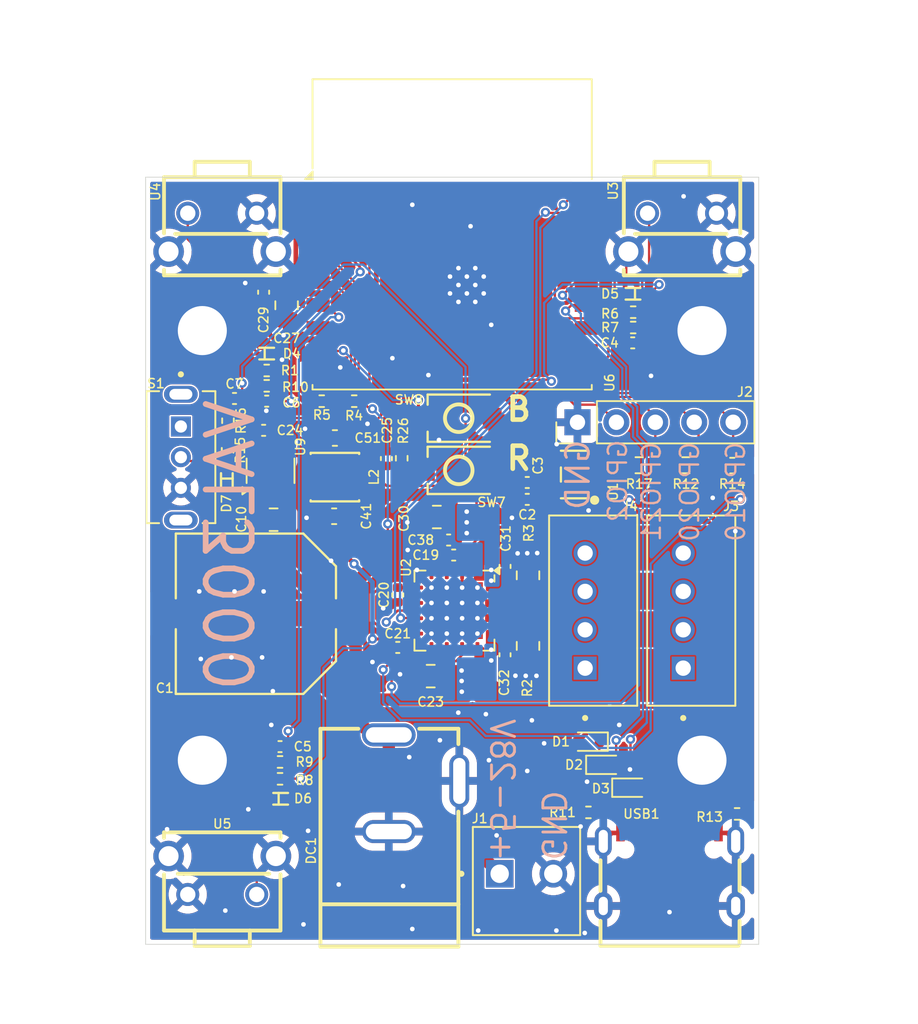
<source format=kicad_pcb>
(kicad_pcb (version 20241229) (generator "pcbnew") (generator_version "9.0")
  (layers (0 "F.Cu" signal) (4 "In1.Cu" mixed "GND3.Cu") (6 "In2.Cu" mixed "GND4.Cu") (2 "B.Cu" signal) (13 "F.Paste" user) (15 "B.Paste" user) (5 "F.SilkS" user "F.Silkscreen") (7 "B.SilkS" user "B.Silkscreen") (1 "F.Mask" user) (3 "B.Mask" user) (25 "Edge.Cuts" user))
  (net 0 "")
  (net 1 "GND")
  (net 2 "24V")
  (net 3 "Net-(U2-CPI)")
  (net 4 "Net-(U2-CPO)")
  (net 5 "Net-(U2-5VOUT)")
  (net 6 "Net-(U6-EN)")
  (net 7 "Net-(U2-VCP)")
  (net 8 "VBUS")
  (net 9 "USB_D-")
  (net 10 "USB_D+")
  (net 11 "Net-(U2-BRA)")
  (net 12 "Net-(U2-BRB)")
  (net 13 "TMC_UART_RX")
  (net 14 "TMC_UART_TX")
  (net 15 "3V3")
  (net 16 "Net-(U9-SW)")
  (net 17 "Net-(U9-BST)")
  (net 18 "TMC_EN")
  (net 19 "Net-(U6-IO9)")
  (net 22 "INDEX")
  (net 23 "USER_1{slash}STEP")
  (net 28 "STALLGUARD")
  (net 30 "BUTTON_2")
  (net 31 "BUTTON_1")
  (net 32 "BUTTON_WIFI_RESET")
  (net 33 "Net-(D4-Pad1)")
  (net 34 "Net-(D5-Pad1)")
  (net 35 "Net-(D6-Pad1)")
  (net 36 "0B2")
  (net 37 "0B1")
  (net 38 "0A2")
  (net 39 "0A1")
  (net 41 "Net-(D7-Pad1)")
  (net 42 "USER_2{slash}DIR")
  (net 43 "USER_3{slash}SWITCH")
  (net 44 "USER_4")
  (net 45 "SWITCH")
  (net 46 "DIR")
  (net 47 "STEP")
  (net 48 "Net-(USB1-CC1)")
  (net 49 "Net-(USB1-CC2)")
  (footprint "TS-1088-AR02016:SW-SMD_L3.9-W3.0-P4.45" (layer "F.Cu") (at 0.43 -5.89)
    (property "Reference" "SW7")
    (property "Value" "TS-1088-AR02016" (hide yes))
  )
  (footprint "Capacitor_SMD:C_0402_1005Metric" (layer "F.Cu") (at 11.78 -14.2 180)
    (property "Reference" "C4")
    (property "Value" "0.1uF" (hide yes))
  )
  (footprint "Resistor_SMD:R_0402_1005Metric" (layer "F.Cu") (at 18.59 16.5 180)
    (property "Reference" "R13")
    (property "Value" "5.1K" (hide yes))
  )
  (footprint "Capacitor_SMD:C_0402_1005Metric" (layer "F.Cu") (at -3.55 5.65)
    (property "Reference" "C21")
    (property "Value" "0.1uF" (hide yes))
  )
  (footprint "Resistor_SMD:R_0603_1608Metric" (layer "F.Cu") (at 15.25 -6.225 180)
    (property "Reference" "R12")
    (property "Value" "0R" (hide yes))
  )
  (footprint "Capacitor_SMD:C_0603_1608Metric" (layer "F.Cu") (at -7.65 -8)
    (property "Reference" "C51")
    (property "Value" "22uF" (hide yes))
  )
  (footprint "TC-6615-4.5-160G:KEY-TH_TC-6615-4.5-160G" (layer "F.Cu") (at 15 -21.4 180)
    (property "Reference" "U3")
    (property "Value" "TC-6615-4.5-160G" (hide yes))
  )
  (footprint "Resistor_SMD:R_0402_1005Metric" (layer "F.Cu") (at 8.89 16.4)
    (property "Reference" "R11")
    (property "Value" "5.1K" (hide yes))
  )
  (footprint "Capacitor_SMD:C_0805_2012Metric" (layer "F.Cu") (at -11.65 -2.675 180)
    (property "Reference" "C10")
    (property "Value" "10uF" (hide yes))
  )
  (footprint "SLW-864587-2A-RA-N-D:SW_SLW-864587-2A-RA-N-D" (layer "F.Cu") (at -17.7 -6.75 -90)
    (property "Reference" "S1")
    (property "Value" "SLW-864587-2A-RA-N-D" (hide yes))
  )
  (footprint "Resistor_SMD:R_0402_1005Metric" (layer "F.Cu") (at 11.81 -15.2)
    (property "Reference" "R7")
    (property "Value" "5.1K" (hide yes))
  )
  (footprint "Package_TO_SOT_SMD:TSOT-23-6" (layer "F.Cu") (at -11.85 -5.8625 90)
    (property "Reference" "U9")
    (property "Value" "AP63203QWU-7" (hide yes))
  )
  (footprint "Capacitor_SMD:C_0402_1005Metric" (layer "F.Cu") (at -12.3 -8.5)
    (property "Reference" "C24")
    (property "Value" "0.1uF" (hide yes))
  )
  (footprint "Resistor_SMD:R_0402_1005Metric" (layer "F.Cu") (at -12.1 -11.4)
    (property "Reference" "R10")
    (property "Value" "5.1K" (hide yes))
  )
  (footprint "RF_Module:ESP32-C3-WROOM-02" (layer "F.Cu") (at 0 -18.17)
    (property "Reference" "U6")
    (property "Value" "ESP32-C3-WROOM-02" (hide yes))
  )
  (footprint "Capacitor_SMD:C_0402_1005Metric" (layer "F.Cu") (at 4.9 -4)
    (property "Reference" "C2")
    (property "Value" "0.1uF" (hide yes))
  )
  (footprint "Resistor_SMD:R_0402_1005Metric" (layer "F.Cu") (at -6.39 -10.4)
    (property "Reference" "R4")
    (property "Value" "1K" (hide yes))
  )
  (footprint "TS-1088-AR02016:SW-SMD_L3.9-W3.0-P4.45" (layer "F.Cu") (at 0.43 -9.29)
    (property "Reference" "SW8")
    (property "Value" "TS-1088-AR02016" (hide yes))
  )
  (footprint "Capacitor_SMD:C_0402_1005Metric" (layer "F.Cu") (at 3.45 0.37 -90)
    (property "Reference" "C31")
    (property "Value" "0.1uF" (hide yes))
  )
  (footprint "TC-6615-4.5-160G:KEY-TH_TC-6615-4.5-160G" (layer "F.Cu") (at -15 -21.4 180)
    (property "Reference" "U4")
    (property "Value" "TC-6615-4.5-160G" (hide yes))
  )
  (footprint "RT9080-33GJ5:TSOT-23-5_L2.9-W1.6-P0.95-LS2.8-BL" (layer "F.Cu") (at 7.995152 -5.619331 90)
    (property "Reference" "U1")
    (property "Value" "RT9080-33GJ5" (hide yes))
  )
  (footprint "Capacitor_SMD:C_0805_2012Metric" (layer "F.Cu") (at -1 -2.85 180)
    (property "Reference" "C30")
    (property "Value" "10uF" (hide yes))
  )
  (footprint "Capacitor_SMD:C_0603_1608Metric" (layer "F.Cu") (at 18.275 -6.2)
    (property "Reference" "R14")
    (property "Value" "0R" (hide yes))
  )
  (footprint "UWT1H221MNL1GS:CAP-SMD_BD10.0-L10.3-W10.3-LS11.3-FD" (layer "F.Cu") (at -12.8 3.45 180)
    (property "Reference" "C1")
    (property "Value" "220uF")
  )
  (footprint "Capacitor_SMD:C_0805_2012Metric" (layer "F.Cu") (at 4.95 0.95 90)
    (property "Reference" "R3")
    (property "Value" "0R10" (hide yes))
  )
  (footprint "Capacitor_SMD:C_0603_1608Metric" (layer "F.Cu") (at -7.7 -2.9)
    (property "Reference" "C41")
    (property "Value" "22uF" (hide yes))
  )
  (footprint "Resistor_SMD:R_0402_1005Metric" (layer "F.Cu") (at -14.625 -9.125 90)
    (property "Reference" "R16")
    (property "Value" "5.1K" (hide yes))
  )
  (footprint "Capacitor_SMD:C_0402_1005Metric" (layer "F.Cu") (at -3.55 2.23 -90)
    (property "Reference" "C20")
    (property "Value" "4.7uF" (hide yes))
  )
  (footprint "Resistor_SMD:R_0402_1005Metric" (layer "F.Cu") (at -12.1 -12.4)
    (property "Reference" "R1")
    (property "Value" "10K" (hide yes))
  )
  (footprint "Resistor_SMD:R_0603_1608Metric" (layer "F.Cu") (at 12.2 -6.225 180)
    (property "Reference" "R17")
    (property "Value" "0R" (hide yes))
  )
  (footprint "TC-6615-4.5-160G:KEY-TH_TC-6615-4.5-160G" (layer "F.Cu") (at -15 20.5)
    (property "Reference" "U5")
    (property "Value" "TC-6615-4.5-160G" (hide yes))
  )
  (footprint "Diode_SMD:D_SOD-523" (layer "F.Cu") (at 8.9 11.79 180)
    (property "Reference" "D1")
    (property "Value" "SOD-523_BSD5C051L" (hide yes))
  )
  (footprint "Resistor_SMD:R_0402_1005Metric" (layer "F.Cu") (at -11.229209 14.213167 180)
    (property "Reference" "R8")
    (property "Value" "10K" (hide yes))
  )
  (footprint "Capacitor_SMD:C_0402_1005Metric" (layer "F.Cu") (at 0.1 -0.37 180)
    (property "Reference" "C19")
    (property "Value" "22nF" (hide yes))
  )
  (footprint "Capacitor_SMD:C_0402_1005Metric" (layer "F.Cu") (at 3.45 6.13 90)
    (property "Reference" "C32")
    (property "Value" "0.1uF" (hide yes))
  )
  (footprint "Capacitor_SMD:C_0402_1005Metric" (layer "F.Cu") (at -12.1 -10.4)
    (property "Reference" "C6")
    (property "Value" "0.1uF" (hide yes))
  )
  (footprint "Package_DFN_QFN:VQFN-28-1EP_5x5mm_P0.5mm_EP3.7x3.7mm_ThermalVias" (layer "F.Cu") (at 0.15 3.25 -90)
    (property "Reference" "U2")
    (property "Value" "TMC2209-LA-T" (hide yes))
  )
  (footprint "Capacitor_SMD:C_0805_2012Metric" (layer "F.Cu") (at -10.8 -16.65 -90)
    (property "Reference" "C27")
    (property "Value" "10uF" (hide yes))
  )
  (footprint "Resistor_SMD:R_0402_1005Metric" (layer "F.Cu") (at 11.81 -16.2 180)
    (property "Reference" "R6")
    (property "Value" "10K" (hide yes))
  )
  (footprint "1984617:PHOENIX_1984617" (layer "F.Cu") (at 1.35 24.4)
    (property "Reference" "J1")
    (property "Value" "1984617" (hide yes))
  )
  (footprint "Capacitor_SMD:C_0402_1005Metric" (layer "F.Cu") (at -14.2 -10.575)
    (property "Reference" "C7")
    (property "Value" "0.1uF" (hide yes))
  )
  (footprint "SWPA3015S3R3MT:IND-SMD_L3.0-W3.0_FNR30XXS" (layer "F.Cu") (at -7.65 -5.45 180)
    (property "Reference" "L2")
    (property "Value" "L" (hide yes))
  )
  (footprint "B4B-XH-A:JST_B4B-XH-A" (layer "F.Cu") (at 15.6 3.25 -90)
    (property "Reference" "J3")
    (property "Value" "B4B-XH-A" (hide yes))
  )
  (footprint "Capacitor_SMD:C_0402_1005Metric" (layer "F.Cu") (at -11.229209 12.113167)
    (property "Reference" "C5")
    (property "Value" "0.1uF" (hide yes))
  )
  (footprint "B4B-XH-A:JST_B4B-XH-A" (layer "F.Cu") (at 9.2 3.25 -90)
    (property "Reference" "J4")
    (property "Value" "B4B-XH-A" (hide yes))
  )
  (footprint "Capacitor_SMD:C_0402_1005Metric" (layer "F.Cu") (at -0.23 -1.35)
    (property "Reference" "C38")
    (property "Value" "0.1uF" (hide yes))
  )
  (footprint "Capacitor_SMD:C_0402_1005Metric" (layer "F.Cu") (at 4.9 -5.1)
    (property "Reference" "C3")
    (property "Value" "0.1uF" (hide yes))
  )
  (footprint "Resistor_SMD:R_0402_1005Metric" (layer "F.Cu") (at -3.29 -6.68 -90)
    (property "Reference" "R26")
    (property "Value" "10K" (hide yes))
  )
  (footprint "Connector_PinHeader_2.54mm:PinHeader_1x05_P2.54mm_Vertical" (layer "F.Cu") (at 8.175 -9.025 90)
    (property "Reference" "J2")
    (property "Value" "Conn_01x05_Pin" (hide yes))
  )
  (footprint "Diode_SMD:D_SOD-523" (layer "F.Cu") (at 11.7 14.79)
    (property "Reference" "D3")
    (property "Value" "SOD-523_BSD5C051L" (hide yes))
  )
  (footprint "Capacitor_SMD:C_0805_2012Metric" (layer "F.Cu") (at -1.4 7.52 180)
    (property "Reference" "C23")
    (property "Value" "10uF" (hide yes))
  )
  (footprint "ESD9L3-3ST5G:SOD-923_L0.8-W0.6-LS1.0-RD" (layer "F.Cu") (at -11.189209 15.513167)
    (property "Reference" "D6")
    (property "Value" "ESD9L3.3ST5G" (hide yes))
  )
  (footprint "Resistor_SMD:R_0402_1005Metric" (layer "F.Cu") (at -11.229209 13.113167)
    (property "Reference" "R9")
    (property "Value" "5.1K" (hide yes))
  )
  (footprint "Diode_SMD:D_SOD-523" (layer "F.Cu") (at 10 13.3)
    (property "Reference" "D2")
    (property "Value" "SOD-523_BSD5C051L" (hide yes))
  )
  (footprint "Resistor_SMD:R_0402_1005Metric" (layer "F.Cu") (at -14.65 -7.2 -90)
    (property "Reference" "R15")
    (property "Value" "10K" (hide yes))
  )
  (footprint "ESD9L3-3ST5G:SOD-923_L0.8-W0.6-LS1.0-RD" (layer "F.Cu") (at -12.1 -13.5)
    (property "Reference" "D4")
    (property "Value" "ESD9L3.3ST5G" (hide yes))
  )
  (footprint "Capacitor_SMD:C_0402_1005Metric" (layer "F.Cu") (at -12.3 -17.5 -90)
    (property "Reference" "C29")
    (property "Value" "0.1uF" (hide yes))
  )
  (footprint "Resistor_SMD:R_0402_1005Metric" (layer "F.Cu") (at -8.51 -10.4 180)
    (property "Reference" "R5")
    (property "Value" "10K" (hide yes))
  )
  (footprint "USB-C-LCSC_C2765186:USB-C-SMD_TYPE-C-6PIN-2MD-073" (layer "F.Cu") (at 14.18 20.12)
    (property "Reference" "USB1")
    (property "Value" "TYPE-C 16PIN 2MD(073)" (hide yes))
  )
  (footprint "ESD9L3-3ST5G:SOD-923_L0.8-W0.6-LS1.0-RD" (layer "F.Cu") (at -14.7 -5.225 -90)
    (property "Reference" "D7")
    (property "Value" "ESD9L3.3ST5G" (hide yes))
  )
  (footprint "DC-005:DC-IN-TH_DC-005-5.5-2.0" (layer "F.Cu") (at -1.8325 14.5 90)
    (property "Reference" "DC1")
    (property "Value" "DC-005 5.5-2.0MM" (hide yes))
  )
  (footprint "ESD9L3-3ST5G:SOD-923_L0.8-W0.6-LS1.0-RD" (layer "F.Cu") (at 11.8 -17.4 180)
    (property "Reference" "D5")
    (property "Value" "ESD9L3.3ST5G" (hide yes))
  )
  (footprint "Capacitor_SMD:C_0402_1005Metric" (layer "F.Cu") (at -4.29 -6.66 90)
    (property "Reference" "C25")
    (property "Value" "0.1uF" (hide yes))
  )
  (footprint "Capacitor_SMD:C_0805_2012Metric" (layer "F.Cu") (at 4.95 5.55 -90)
    (property "Reference" "R2")
    (property "Value" "0R10" (hide yes))
  )
  (gr_line (start 20 -25) (end -20 -25) (stroke (width 0.05)) (layer "Edge.Cuts"))
  (gr_line (start -20 25) (end 20 25) (stroke (width 0.05)) (layer "Edge.Cuts"))
  (gr_line (start 20 25) (end 20 -25) (stroke (width 0.05)) (layer "Edge.Cuts"))
  (gr_line (start -20 -25) (end -20 25) (stroke (width 0.05)) (layer "Edge.Cuts"))
  (gr_text "B" (at 3.4 -9 0) (layer "F.SilkS") (effects (font (size 1.5 1.5) (thickness 0.3) (bold yes)) (justify left bottom)))
  (gr_text "R" (at 3.4 -5.8 0) (layer "F.SilkS") (effects (font (size 1.5 1.5) (thickness 0.3) (bold yes)) (justify left bottom)))
  (gr_text "+5-28V" (at 3.25 14.95 270) (layer "B.SilkS") (effects (font (size 1.5 1.5) (thickness 0.1875)) (justify mirror)))
  (gr_text "GND" (at 8.2 -5.6 90) (layer "B.SilkS") (effects (font (size 1.5 1.5) (thickness 0.1875)) (justify mirror)))
  (gr_text "GPIO21" (at 13 -4.5 90) (layer "B.SilkS") (effects (font (size 1.2 1.2)) (justify mirror)))
  (gr_text "GPIO2" (at 10.8 -5.2 90) (layer "B.SilkS") (effects (font (size 1.2 1.2)) (justify mirror)))
  (gr_text "GPIO10" (at 18.5 -4.5 90) (layer "B.SilkS") (effects (font (size 1.2 1.2)) (justify mirror)))
  (gr_text "GPIO20" (at 15.5 -4.5 90) (layer "B.SilkS") (effects (font (size 1.2 1.2)) (justify mirror)))
  (gr_text "GND" (at 6.6 17.25 270) (layer "B.SilkS") (effects (font (size 1.5 1.5) (thickness 0.1875)) (justify mirror)))
  (gr_text "VAL3000" (at -14.45 -1 90) (layer "B.SilkS") (effects (font (size 3 3) (thickness 0.375)) (justify mirror)))
  (segment (start -10.8 -15.7) (end -10.8 -14.9) (width 0.15) (layer "F.Cu") (net 1))
  (segment (start 9.3 13.3) (end 9.3 13.1) (width 0.15) (layer "F.Cu") (net 1))
  (segment (start 8.2 -3.975) (end 8.9 -3.275) (width 0.15) (layer "F.Cu") (net 1))
  (segment (start -2.35 7.45) (end -2.7 7.8) (width 0.3) (layer "F.Cu") (net 1))
  (segment (start 8.2 16.22) (end 8.38 16.4) (width 0.15) (layer "F.Cu") (net 1))
  (segment (start -12.125 -9.945) (end -12.58 -10.4) (width 0.2) (layer "F.Cu") (net 1))
  (segment (start -2.925 -2.5) (end -2.3 -2.5) (width 0.3) (layer "F.Cu") (net 1))
  (segment (start -3 7.8) (end -3.4 7.4) (width 0.3) (layer "F.Cu") (net 1))
  (segment (start -11.5 -13.5) (end -11.1 -13.1) (width 0.2) (layer "F.Cu") (net 1))
  (segment (start 9.3 13.3) (end 9.3 13.9) (width 0.15) (layer "F.Cu") (net 1))
  (segment (start -2.3 4.25) (end -0.85 4.25) (width 0.2) (layer "F.Cu") (net 1))
  (segment (start 9.3 13.1) (end 9.6 12.8) (width 0.15) (layer "F.Cu") (net 1))
  (segment (start 8.38 17.32) (end 8.38 16.4) (width 0.15) (layer "F.Cu") (net 1))
  (segment (start 0.65 2.75) (end 0.15 3.25) (width 0.15) (layer "F.Cu") (net 1))
  (segment (start 0.15 5.7) (end 0.15 3.25) (width 0.2) (layer "F.Cu") (net 1))
  (segment (start 10.98 17.74) (end 10.41 17.74) (width 0.3) (layer "F.Cu") (net 1))
  (segment (start -4.75 5.65) (end -4.03 5.65) (width 0.15) (layer "F.Cu") (net 1))
  (segment (start -14.68 -13.38) (end -16.3 -15) (width 0.15) (layer "F.Cu") (net 1))
  (segment (start -3.9 3.06) (end -4.46 3.06) (width 0.2) (layer "F.Cu") (net 1))
  (segment (start -0.85 4.25) (end 0.15 3.25) (width 0.2) (layer "F.Cu") (net 1))
  (segment (start 8.2 -5.216179) (end 8.2 -3.975) (width 0.5) (layer "F.Cu") (net 1))
  (segment (start -2.3 -2.5) (end -1.95 -2.85) (width 0.3) (layer "F.Cu") (net 1))
  (segment (start -14.68 -10.575) (end -14.68 -13.38) (width 0.15) (layer "F.Cu") (net 1))
  (segment (start 0.65 0.8) (end 0.65 1.75) (width 0.2) (layer "F.Cu") (net 1))
  (segment (start 11 14.2) (end 11.6 13.6) (width 0.15) (layer "F.Cu") (net 1))
  (segment (start -8.75 -12.17) (end -7.73 -12.17) (width 0.2) (layer "F.Cu") (net 1))
  (segment (start -2.7 7.8) (end -3 7.8) (width 0.3) (layer "F.Cu") (net 1))
  (segment (start 0.65 0.8) (end 0.65 2.75) (width 0.15) (layer "F.Cu") (net 1))
  (segment (start 9.6 11.79) (end 10.69 10.7) (width 0.5) (layer "F.Cu") (net 1))
  (segment (start -12.3 -17.02) (end -13.38 -18.1) (width 0.15) (layer "F.Cu") (net 1))
  (segment (start 2 -9.1) (end 2.92 -9.1) (width 0.15) (layer "F.Cu") (net 1))
  (segment (start -3.55 2.71) (end -3.9 3.06) (width 0.2) (layer "F.Cu") (net 1))
  (segment (start 11.36 -20.01) (end 11.5 -20.15) (width 0.15) (layer "F.Cu") (net 1))
  (segment (start 11.26 -17.4) (end 11.36 -17.5) (width 0.15) (layer "F.Cu") (net 1))
  (segment (start 9.3 13.9) (end 8.8 14.4) (width 0.15) (layer "F.Cu") (net 1))
  (segment (start 11 14.79) (end 11 14.2) (width 0.15) (layer "F.Cu") (net 1))
  (segment (start 9.6 12.8) (end 9.6 11.79) (width 0.15) (layer "F.Cu") (net 1))
  (segment (start -13.38 -18.1) (end -13.5 -18.1) (width 0.15) (layer "F.Cu") (net 1))
  (segment (start 17.38 17.74) (end 17.95 17.74) (width 0.3) (layer "F.Cu") (net 1))
  (segment (start -5.2 6.6) (end -5.2 6.1) (width 0.15) (layer "F.Cu") (net 1))
  (segment (start 10.69 10.7) (end 10.9 10.7) (width 0.5) (layer "F.Cu") (net 1))
  (segment (start 10.41 17.74) (end 9.86 18.29) (width 0.3) (layer "F.Cu") (net 1))
  (segment (start 11.36 -17.5) (end 11.36 -20.01) (width 0.15) (layer "F.Cu") (net 1))
  (segment (start 17.95 17.74) (end 18.5 18.29) (width 0.3) (layer "F.Cu") (net 1))
  (segment (start 2.2 -5.7) (end 2.92 -5.7) (width 0.2) (layer "F.Cu") (net 1))
  (segment (start -10.8 -14.9) (end -11 -14.7) (width 0.15) (layer "F.Cu") (net 1))
  (segment (start 9.145152 -5.619331) (end 8.603152 -5.619331) (width 0.5) (layer "F.Cu") (net 1))
  (segment (start -12.125 -9.775) (end -12.125 -9.945) (width 0.2) (layer "F.Cu") (net 1))
  (segment (start -11.56 -13.5) (end -11.5 -13.5) (width 0.2) (layer "F.Cu") (net 1))
  (segment (start -7.73 -12.17) (end -7.3 -12.6) (width 0.2) (layer "F.Cu") (net 1))
  (segment (start 8.603152 -5.619331) (end 8.2 -5.216179) (width 0.5) (layer "F.Cu") (net 1))
  (segment (start -4.46 3.06) (end -4.5 3.1) (width 0.2) (layer "F.Cu") (net 1))
  (segment (start -5.2 6.1) (end -4.75 5.65) (width 0.15) (layer "F.Cu") (net 1))
  (via (at -0.86 -7.87) (size 0.6) (drill 0.3) (layers "F.Cu" "B.Cu") (net 1))
  (via (at 8.8 14.4) (size 0.6) (drill 0.3) (layers "F.Cu" "B.Cu") (net 1))
  (via (at 1.2 -21.8) (size 0.6) (drill 0.3) (layers "F.Cu" "B.Cu") (net 1))
  (via (at 6.82 -7.6) (size 0.6) (drill 0.3) (layers "F.Cu" "B.Cu") (net 1))
  (via (at 8.65 24.259996) (size 0.6) (drill 0.3) (layers "F.Cu" "B.Cu") (net 1))
  (via (at 6 11.9) (size 0.6) (drill 0.3) (layers "F.Cu" "B.Cu") (net 1))
  (via (at -7.4 21.1) (size 0.6) (drill 0.3) (layers "F.Cu" "B.Cu") (net 1))
  (via (at -3.4 7.4) (size 0.6) (drill 0.3) (layers "F.Cu" "B.Cu") (net 1))
  (via (at 5.2 10.4) (size 0.6) (drill 0.3) (layers "F.Cu" "B.Cu") (net 1))
  (via (at -4.5 3.1) (size 0.6) (drill 0.3) (layers "F.Cu" "B.Cu") (net 1))
  (via (at -11.1 -13.1) (size 0.6) (drill 0.3) (layers "F.Cu" "B.Cu") (net 1))
  (via (at 4.9 13.7) (size 0.6) (drill 0.3) (layers "F.Cu" "B.Cu") (net 1))
  (via (at -2.925 -2.5) (size 0.6) (drill 0.3) (layers "F.Cu" "B.Cu") (net 1))
  (via (at 16.3 13) (size 6.4) (drill 3.2) (layers "F.Cu" "B.Cu") (net 1))
  (via (at -16.5 2) (size 0.6) (drill 0.3) (layers "F.Cu" "B.Cu") (net 1))
  (via (at 10.9 10.7) (size 0.6) (drill 0.3) (layers "F.Cu" "B.Cu") (net 1))
  (via (at -7.3 -12.6) (size 0.6) (drill 0.3) (layers "F.Cu" "B.Cu") (net 1))
  (via (at -11 -14.7) (size 0.6) (drill 0.3) (layers "F.Cu" "B.Cu") (net 1))
  (via (at -2.9 -0.7) (size 0.6) (drill 0.3) (layers "F.Cu" "B.Cu") (net 1))
  (via (at -16.3 13) (size 6.4) (drill 3.2) (layers "F.Cu" "B.Cu") (net 1))
  (via (at 2.9 17.9) (size 0.6) (drill 0.3) (layers "F.Cu" "B.Cu") (net 1))
  (via (at 17 -4.1) (size 0.6) (drill 0.3) (layers "F.Cu" "B.Cu") (net 1))
  (via (at -9.5 -2.8) (size 0.6) (drill 0.3) (layers "F.Cu" "B.Cu") (net 1))
  (via (at 2.4 13) (size 0.6) (drill 0.3) (layers "F.Cu" "B.Cu") (net 1))
  (via (at -7.9 0) (size 0.6) (drill 0.3) (layers "F.Cu" "B.Cu") (net 1))
  (via (at -3.2 21.2) (size 0.6) (drill 0.3) (layers "F.Cu" "B.Cu") (net 1))
  (via (at -16.3 -15) (size 6.4) (drill 3.2) (layers "F.Cu" "B.Cu") (net 1))
  (via (at 2.2 10) (size 0.6) (drill 0.3) (layers "F.Cu" "B.Cu") (net 1))
  (via (at 16.3 -15) (size 6.4) (drill 3.2) (layers "F.Cu" "B.Cu") (net 1))
  (via (at -14.4 6.3) (size 0.6) (drill 0.3) (layers "F.Cu" "B.Cu") (net 1))
  (via (at -13.3 16.2) (size 0.6) (drill 0.3) (layers "F.Cu" "B.Cu") (net 1))
  (via (at 4.127801 7.492979) (size 0.6) (drill 0.3) (layers "F.Cu" "B.Cu") (net 1))
  (via (at 8.38 17.32) (size 0.6) (drill 0.3) (layers "F.Cu" "B.Cu") (net 1))
  (via (at -0.8 11.7) (size 0.6) (drill 0.3) (layers "F.Cu" "B.Cu") (net 1))
  (via (at -12.3 2) (size 0.6) (drill 0.3) (layers "F.Cu" "B.Cu") (net 1))
  (via (at 4.799997 7.5) (size 0.6) (drill 0.3) (layers "F.Cu" "B.Cu") (net 1))
  (via (at 5.55 -0.5) (size 0.6) (drill 0.3) (layers "F.Cu" "B.Cu") (net 1))
  (via (at -9.7 23.7) (size 0.6) (drill 0.3) (layers "F.Cu" "B.Cu") (net 1))
  (via (at -2.6 24) (size 0.6) (drill 0.3) (layers "F.Cu" "B.Cu") (net 1))
  (via (at 15.1 -23.75) (size 0.6) (drill 0.3) (layers "F.Cu" "B.Cu") (net 1))
  (via (at -9.6 -8.6) (size 0.6) (drill 0.3) (layers "F.Cu" "B.Cu") (net 1))
  (via (at -14.8 22.8) (size 0.6) (drill 0.3) (layers "F.Cu" "B.Cu") (net 1))
  (via (at -3.9 -13.2) (size 0.6) (drill 0.3) (layers "F.Cu" "B.Cu") (net 1))
  (via (at 12.975 -12.05) (size 0.6) (drill 0.3) (layers "F.Cu" "B.Cu") (net 1))
  (via (at 14.18 22.9) (size 0.6) (drill 0.3) (layers "F.Cu" "B.Cu") (net 1))
  (via (at -12.4 6.3) (size 0.6) (drill 0.3) (layers "F.Cu" "B.Cu") (net 1))
  (via (at -13.5 -18.1) (size 0.6) (drill 0.3) (layers "F.Cu" "B.Cu") (net 1))
  (via (at 4.9 -0.49) (size 0.6) (drill 0.3) (layers "F.Cu" "B.Cu") (net 1))
  (via (at -2.3 0.6) (size 0.6) (drill 0.3) (layers "F.Cu" "B.Cu") (net 1))
  (via (at 18.475 -1.925) (size 0.6) (drill 0.3) (layers "F.Cu" "B.Cu") (net 1))
  (via (at 2.55 -15.375) (size 0.6) (drill 0.3) (layers "F.Cu" "B.Cu") (net 1))
  (via (at 5.5 7.5) (size 0.6) (drill 0.3) (layers "F.Cu" "B.Cu") (net 1))
  (via (at -5.2 6.6) (size 0.6) (drill 0.3) (layers "F.Cu" "B.Cu") (net 1))
  (via (at -11.8 10.7) (size 0.6) (drill 0.3) (layers "F.Cu" "B.Cu") (net 1))
  (via (at -2.8 12.8) (size 0.6) (drill 0.3) (layers "F.Cu" "B.Cu") (net 1))
  (via (at -2.6 -23.2) (size 0.6) (drill 0.3) (layers "F.Cu" "B.Cu") (net 1))
  (via (at -14.2 2) (size 0.6) (drill 0.3) (layers "F.Cu" "B.Cu") (net 1))
  (via (at 11.6 13.6) (size 0.6) (drill 0.3) (layers "F.Cu" "B.Cu") (net 1))
  (via (at -1.55 -12.1) (size 0.6) (drill 0.3) (layers "F.Cu" "B.Cu") (net 1))
  (via (at 4.27 -0.48) (size 0.6) (drill 0.3) (layers "F.Cu" "B.Cu") (net 1))
  (via (at -5.525 -8.925) (size 0.6) (drill 0.3) (layers "F.Cu" "B.Cu") (net 1))
  (via (at 6.8 24.1) (size 0.6) (drill 0.3) (layers "F.Cu" "B.Cu") (net 1))
  (via (at -11.7 8.5) (size 0.6) (drill 0.3) (layers "F.Cu" "B.Cu") (net 1))
  (via (at -18.6 17.5) (size 0.6) (drill 0.3) (layers "F.Cu" "B.Cu") (net 1))
  (via (at 0.4 9.9) (size 0.6) (drill 0.3) (layers "F.Cu" "B.Cu") (net 1))
  (via (at 3.9 -2.8) (size 0.6) (drill 0.3) (layers "F.Cu" "B.Cu") (net 1))
  (via (at -16.4 6.4) (size 0.6) (drill 0.3) (layers "F.Cu" "B.Cu") (net 1))
  (via (at -12.125 -9.775) (size 0.6) (drill 0.3) (layers "F.Cu" "B.Cu") (net 1))
  (via (at 8.9 -3.275) (size 0.6) (drill 0.3) (layers "F.Cu" "B.Cu") (net 1))
  (via (at 1.7 24.1) (size 0.6) (drill 0.3) (layers "F.Cu" "B.Cu") (net 1))
  (via (at -9.4 17.6) (size 0.6) (drill 0.3) (layers "F.Cu" "B.Cu") (net 1))
  (segment (start 0.25 -1.9) (end 0.25 -1.35) (width 0.8) (layer "F.Cu") (net 2))
  (segment (start -0.45 7.45) (end -0.45 8.5) (width 0.8) (layer "F.Cu") (net 2))
  (segment (start -11.85 -4.725) (end -10.9 -4.725) (width 0.5) (layer "F.Cu") (net 2))
  (segment (start -5.2 0.35) (end -8.3 3.45) (width 0.8) (layer "F.Cu") (net 2))
  (segment (start -6.3 7.95) (end -6.3 5.45) (width 0.8) (layer "F.Cu") (net 2))
  (segment (start -0.45 8.5) (end -1 9.05) (width 0.8) (layer "F.Cu") (net 2))
  (segment (start -5.25 11.35) (end -8.3 8.3) (width 0.8) (layer "F.Cu") (net 2))
  (segment (start 2.9 20.6) (end 3.1 20.4) (width 0.8) (layer "F.Cu") (net 2))
  (segment (start -4.1325 13.1675) (end 3.1 20.4) (width 0.8) (layer "F.Cu") (net 2))
  (segment (start -5.2 -3.35) (end -5.2 0.35) (width 0.8) (layer "F.Cu") (net 2))
  (segment (start -10.9 -4.725) (end -10.9 -2.875) (width 0.5) (layer "F.Cu") (net 2))
  (segment (start -4.1325 11.35) (end -5.25 11.35) (width 0.8) (layer "F.Cu") (net 2))
  (segment (start -0.05 -2.85) (end -0.05 -3.7) (width 0.8) (layer "F.Cu") (net 2))
  (segment (start 2.8 20.6) (end 2.9 20.6) (width 0.8) (layer "F.Cu") (net 2))
  (segment (start -0.65 -4.3) (end -4.25 -4.3) (width 0.8) (layer "F.Cu") (net 2))
  (segment (start -10.7 -2.675) (end -10.7 0.6) (width 0.8) (layer "F.Cu") (net 2))
  (segment (start -4.1325 11.35) (end -4.1325 13.1675) (width 0.8) (layer "F.Cu") (net 2))
  (segment (start -0.05 -2.85) (end -0.05 -2.2) (width 0.8) (layer "F.Cu") (net 2))
  (segment (start -4.25 -4.3) (end -5.2 -3.35) (width 0.8) (layer "F.Cu") (net 2))
  (segment (start -0.05 -2.2) (end 0.25 -1.9) (width 0.8) (layer "F.Cu") (net 2))
  (segment (start -1 9.05) (end -5.2 9.05) (width 0.8) (layer "F.Cu") (net 2))
  (segment (start -0.05 -3.7) (end -0.65 -4.3) (width 0.8) (layer "F.Cu") (net 2))
  (segment (start -6.3 5.45) (end -8.3 3.45) (width 0.8) (layer "F.Cu") (net 2))
  (segment (start -8.3 8.3) (end -8.3 3.45) (width 0.8) (layer "F.Cu") (net 2))
  (segment (start -10.9 -2.875) (end -10.7 -2.675) (width 0.5) (layer "F.Cu") (net 2))
  (segment (start -5.2 9.05) (end -6.3 7.95) (width 0.8) (layer "F.Cu") (net 2))
  (segment (start -8.3 3) (end -8.3 3.45) (width 0.8) (layer "F.Cu") (net 2))
  (segment (start -10.7 0.6) (end -8.3 3) (width 0.8) (layer "F.Cu") (net 2))
  (via (at 2.55 6.5) (size 0.6) (drill 0.3) (layers "F.Cu" "B.Cu") (net 2))
  (via (at 0.628275 8.535599) (size 0.6) (drill 0.3) (layers "F.Cu" "B.Cu") (net 2))
  (via (at 2.55 5.8) (size 0.6) (drill 0.3) (layers "F.Cu" "B.Cu") (net 2))
  (via (at 0.618545 7.835664) (size 0.6) (drill 0.3) (layers "F.Cu" "B.Cu") (net 2))
  (via (at 0.614385 7.157367) (size 0.6) (drill 0.3) (layers "F.Cu" "B.Cu") (net 2))
  (via (at 2.55 0.6) (size 0.6) (drill 0.3) (layers "F.Cu" "B.Cu") (net 2))
  (via (at 0.95 -1.8) (size 0.6) (drill 0.3) (layers "F.Cu" "B.Cu") (net 2))
  (via (at 0.95 -3.2) (size 0.6) (drill 0.3) (layers "F.Cu" "B.Cu") (net 2))
  (via (at 2.55 1.3) (size 0.6) (drill 0.3) (layers "F.Cu" "B.Cu") (net 2))
  (via (at 0.95 -2.5) (size 0.6) (drill 0.3) (layers "F.Cu" "B.Cu") (net 2))
  (segment (start -0.35 -0.29) (end -0.41 -0.35) (width 0.15) (layer "F.Cu") (net 3))
  (segment (start -0.35 0.8) (end -0.35 -0.29) (width 0.15) (layer "F.Cu") (net 3))
  (segment (start 0.15 0.05) (end 0.55 -0.35) (width 0.15) (layer "F.Cu") (net 4))
  (segment (start 0.15 0.8) (end 0.15 0.05) (width 0.15) (layer "F.Cu") (net 4))
  (segment (start -2.3 1.75) (end -3.55 1.75) (width 0.2) (layer "F.Cu") (net 5))
  (segment (start -3.29 -6.17) (end -4.28 -6.17) (width 0.15) (layer "F.Cu") (net 6))
  (segment (start -4.63 -10.18) (end -4.63 -9.47) (width 0.15) (layer "F.Cu") (net 6))
  (segment (start -8.22 -22.67) (end -5.398 -19.848) (width 0.15) (layer "F.Cu") (net 6))
  (segment (start -2.03 -6.17) (end -1.75 -5.89) (width 0.15) (layer "F.Cu") (net 6))
  (segment (start -4.63 -9.47) (end -4.85 -9.25) (width 0.15) (layer "F.Cu") (net 6))
  (segment (start -4.85 -6.74) (end -4.29 -6.18) (width 0.15) (layer "F.Cu") (net 6))
  (segment (start -4.28 -6.17) (end -4.29 -6.18) (width 0.15) (layer "F.Cu") (net 6))
  (segment (start -4.85 -9.25) (end -4.85 -6.74) (width 0.15) (layer "F.Cu") (net 6))
  (segment (start -8.75 -22.67) (end -8.22 -22.67) (width 0.15) (layer "F.Cu") (net 6))
  (segment (start -5.398 -19.848) (end -5.398 -10.948) (width 0.15) (layer "F.Cu") (net 6))
  (segment (start -5.398 -10.948) (end -4.63 -10.18) (width 0.15) (layer "F.Cu") (net 6))
  (segment (start -3.29 -6.17) (end -2.03 -6.17) (width 0.15) (layer "F.Cu") (net 6))
  (segment (start -0.975 0.025) (end -0.975 -1.085) (width 0.15) (layer "F.Cu") (net 7))
  (segment (start -0.85 0.15) (end -0.975 0.025) (width 0.15) (layer "F.Cu") (net 7))
  (segment (start -0.975 -1.085) (end -0.71 -1.35) (width 0.15) (layer "F.Cu") (net 7))
  (segment (start -0.85 0.15) (end -0.85 0.8) (width 0.15) (layer "F.Cu") (net 7))
  (segment (start 10.607241 -3.207241) (end 10.257241 -3.557241) (width 0.3) (layer "F.Cu") (net 8))
  (segment (start 11.78 18.247926) (end 11.78 17.74) (width 0.3) (layer "F.Cu") (net 8))
  (segment (start 9.145152 -6.569331) (end 9.630669 -6.569331) (width 0.15) (layer "F.Cu") (net 8))
  (segment (start 10.5 9.5) (end 16.8 9.5) (width 0.3) (layer "F.Cu") (net 8))
  (segment (start 8.2 13.6) (end 7.3 14.5) (width 0.3) (layer "F.Cu") (net 8))
  (segment (start 17.2 9.1) (end 17.2 -2.6) (width 0.3) (layer "F.Cu") (net 8))
  (segment (start 7.3 14.5) (end 7.3 18.1) (width 0.3) (layer "F.Cu") (net 8))
  (segment (start 16.592759 -3.207241) (end 10.607241 -3.207241) (width 0.3) (layer "F.Cu") (net 8))
  (segment (start 9.5 20.3) (end 13 20.3) (width 0.3) (layer "F.Cu") (net 8))
  (segment (start 16.8 9.5) (end 17.2 9.1) (width 0.3) (layer "F.Cu") (net 8))
  (segment (start 8.2 11.79) (end 8.21 11.79) (width 0.3) (layer "F.Cu") (net 8))
  (segment (start 15.527926 19.3) (end 14.2 19.3) (width 0.3) (layer "F.Cu") (net 8))
  (segment (start 14 19.3) (end 14.2 19.3) (width 0.3) (layer "F.Cu") (net 8))
  (segment (start 16.58 18.247926) (end 15.527926 19.3) (width 0.3) (layer "F.Cu") (net 8))
  (segment (start 17.2 -2.6) (end 16.592759 -3.207241) (width 0.3) (layer "F.Cu") (net 8))
  (segment (start 13 20.3) (end 14 19.3) (width 0.3) (layer "F.Cu") (net 8))
  (segment (start 10.257241 -5.942759) (end 10.257241 -3.557241) (width 0.15) (layer "F.Cu") (net 8))
  (segment (start 12.832074 19.3) (end 11.78 18.247926) (width 0.3) (layer "F.Cu") (net 8))
  (segment (start 8.21 11.79) (end 10.5 9.5) (width 0.3) (layer "F.Cu") (net 8))
  (segment (start 8.2 11.79) (end 8.2 13.6) (width 0.3) (layer "F.Cu") (net 8))
  (segment (start 14.2 19.3) (end 12.832074 19.3) (width 0.3) (layer "F.Cu") (net 8))
  (segment (start 10.257241 -3.557241) (end 9.145152 -4.669331) (width 0.3) (layer "F.Cu") (net 8))
  (segment (start 7.3 18.1) (end 9.5 20.3) (width 0.3) (layer "F.Cu") (net 8))
  (segment (start 9.630669 -6.569331) (end 10.257241 -5.942759) (width 0.15) (layer "F.Cu") (net 8))
  (segment (start 16.58 17.74) (end 16.58 18.247926) (width 0.3) (layer "F.Cu") (net 8))
  (segment (start 7.795 -16.67) (end 8.75 -16.67) (width 0.15) (layer "F.Cu") (net 9))
  (segment (start 10.7 16.1) (end 10.2 15.6) (width 0.15) (layer "F.Cu") (net 9))
  (segment (start 13.69 18.7) (end 14.111 18.7) (width 0.15) (layer "F.Cu") (net 9))
  (segment (start 12.3 16.1) (end 10.7 16.1) (width 0.15) (layer "F.Cu") (net 9))
  (segment (start 10.2 13.8) (end 10.7 13.3) (width 0.15) (layer "F.Cu") (net 9))
  (segment (start 13.43 17.74) (end 13.43 17.23) (width 0.15) (layer "F.Cu") (net 9))
  (segment (start 13.43 17.23) (end 12.3 16.1) (width 0.15) (layer "F.Cu") (net 9))
  (segment (start 7.4 -16.275) (end 7.795 -16.67) (width 0.15) (layer "F.Cu") (net 9))
  (segment (start 13.43 18.44) (end 13.69 18.7) (width 0.15) (layer "F.Cu") (net 9))
  (segment (start 14.111 18.7) (end 14.43 18.381) (width 0.15) (layer "F.Cu") (net 9))
  (segment (start 14.43 18.381) (end 14.43 17.74) (width 0.15) (layer "F.Cu") (net 9))
  (segment (start 10.2 15.6) (end 10.2 13.8) (width 0.15) (layer "F.Cu") (net 9))
  (segment (start 10.7 11.7) (end 10.7 13.3) (width 0.15) (layer "F.Cu") (net 9))
  (segment (start 13.43 17.74) (end 13.43 18.44) (width 0.15) (layer "F.Cu") (net 9))
  (via (at 7.4 -16.275) (size 0.6) (drill 0.3) (layers "F.Cu" "B.Cu") (net 9))
  (via (at 10.7 11.7) (size 0.6) (drill 0.3) (layers "F.Cu" "B.Cu") (net 9))
  (segment (start 10.9 11.7) (end 11.159876 11.440124) (width 0.15) (layer "B.Cu") (net 9))
  (segment (start 11.440124 11.159876) (end 12.449 10.151) (width 0.15) (layer "B.Cu") (net 9))
  (segment (start 7.421032 -16.224) (end 7.421032 -16.253968) (width 0.15) (layer "B.Cu") (net 9))
  (segment (start 7.421032 -16.253968) (end 7.4 -16.275) (width 0.15) (layer "B.Cu") (net 9))
  (segment (start 10.7 11.7) (end 10.9 11.7) (width 0.15) (layer "B.Cu") (net 9))
  (segment (start 12.449 10.151) (end 12.449 -7.426) (width 0.15) (layer "B.Cu") (net 9))
  (segment (start 11.8 -8.075) (end 11.8 -9.945032) (width 0.15) (layer "B.Cu") (net 9))
  (segment (start 12.449 -7.426) (end 11.8 -8.075) (width 0.15) (layer "B.Cu") (net 9))
  (segment (start 11.159876 11.43871) (end 11.43871 11.159876) (width 0.15) (layer "B.Cu") (net 9))
  (segment (start 11.099 -10.646032) (end 11.099 -12.546032) (width 0.15) (layer "B.Cu") (net 9))
  (segment (start 11.43871 11.159876) (end 11.440124 11.159876) (width 0.15) (layer "B.Cu") (net 9))
  (segment (start 11.099 -12.546032) (end 7.421032 -16.224) (width 0.15) (layer "B.Cu") (net 9))
  (segment (start 11.8 -9.945032) (end 11.099 -10.646032) (width 0.15) (layer "B.Cu") (net 9))
  (segment (start 11.159876 11.440124) (end 11.159876 11.43871) (width 0.15) (layer "B.Cu") (net 9))
  (segment (start 11.635876 11.635876) (end 11.635876 12.935876) (width 0.15) (layer "F.Cu") (net 10))
  (segment (start 13.15 16.15) (end 13.93 16.93) (width 0.15) (layer "F.Cu") (net 10))
  (segment (start 11.635876 12.935876) (end 12.4 13.7) (width 0.15) (layer "F.Cu") (net 10))
  (segment (start 14.2 16.2) (end 13.2 16.2) (width 0.15) (layer "F.Cu") (net 10))
  (segment (start 12.4 15.4) (end 13.15 16.15) (width 0.15) (layer "F.Cu") (net 10))
  (segment (start 8.07 -18.17) (end 8.75 -18.17) (width 0.15) (layer "F.Cu") (net 10))
  (segment (start 7.2 -17.3) (end 8.07 -18.17) (width 0.15) (layer "F.Cu") (net 10))
  (segment (start 12.4 14.79) (end 12.4 15.4) (width 0.15) (layer "F.Cu") (net 10))
  (segment (start 13.2 16.2) (end 13.15 16.15) (width 0.15) (layer "F.Cu") (net 10))
  (segment (start 14.93 17.74) (end 14.93 16.93) (width 0.15) (layer "F.Cu") (net 10))
  (segment (start 12.4 13.7) (end 12.4 14.79) (width 0.15) (layer "F.Cu") (net 10))
  (segment (start 13.93 16.93) (end 13.93 17.74) (width 0.15) (layer "F.Cu") (net 10))
  (segment (start 14.93 16.93) (end 14.2 16.2) (width 0.15) (layer "F.Cu") (net 10))
  (via (at 7.2 -17.3) (size 0.6) (drill 0.3) (layers "F.Cu" "B.Cu") (net 10))
  (via (at 11.635876 11.635876) (size 0.6) (drill 0.3) (layers "F.Cu" "B.Cu") (net 10))
  (segment (start 11.35 -10.75) (end 12.075 -10.025) (width 0.15) (layer "B.Cu") (net 10))
  (segment (start 11.35 -12.65) (end 11.35 -10.75) (width 0.15) (layer "B.Cu") (net 10))
  (segment (start 12.075 -10.025) (end 12.075 -8.154968) (width 0.15) (layer "B.Cu") (net 10))
  (segment (start 9.35 -14.65) (end 8.4 -15.6) (width 0.15) (layer "B.Cu") (net 10))
  (segment (start 12.7 -7.529968) (end 12.7 10.55) (width 0.15) (layer "B.Cu") (net 10))
  (segment (start 11.635876 11.614124) (end 11.635876 11.635876) (width 0.15) (layer "B.Cu") (net 10))
  (segment (start 11.35 -12.65) (end 9.35 -14.65) (width 0.15) (layer "B.Cu") (net 10))
  (segment (start 8.4 -15.6) (end 8.4 -16.1) (width 0.15) (layer "B.Cu") (net 10))
  (segment (start 12.7 10.55) (end 11.635876 11.614124) (width 0.15) (layer "B.Cu") (net 10))
  (segment (start 12.075 -8.154968) (end 12.7 -7.529968) (width 0.15) (layer "B.Cu") (net 10))
  (segment (start 8.4 -16.1) (end 7.2 -17.3) (width 0.15) (layer "B.Cu") (net 10))
  (segment (start 4.95 4.6) (end 4.95 5) (width 0.3) (layer "F.Cu") (net 11))
  (segment (start 4.6 4.25) (end 4.95 4.6) (width 0.3) (layer "F.Cu") (net 11))
  (segment (start 2.6 4.25) (end 4.6 4.25) (width 0.3) (layer "F.Cu") (net 11))
  (segment (start 2.6 2.25) (end 4.9 2.25) (width 0.3) (layer "F.Cu") (net 12))
  (segment (start 4.95 2.2) (end 4.95 1.9) (width 0.3) (layer "F.Cu") (net 12))
  (segment (start 4.9 2.25) (end 4.95 2.2) (width 0.3) (layer "F.Cu") (net 12))
  (segment (start -5.88 -10.4) (end -5.88 -10.77) (width 0.15) (layer "F.Cu") (net 13))
  (segment (start -5.2 -9.9) (end -5.38 -9.9) (width 0.15) (layer "F.Cu") (net 13))
  (segment (start -7.87 -19.67) (end -8.75 -19.67) (width 0.15) (layer "F.Cu") (net 13))
  (segment (start -2.3 4.75) (end -4.35 4.75) (width 0.15) (layer "F.Cu") (net 13))
  (segment (start -4.2 1.2) (end -4.2 -2.399) (width 0.15) (layer "F.Cu") (net 13))
  (segment (start -5.38 -9.9) (end -5.88 -10.4) (width 0.15) (layer "F.Cu") (net 13))
  (segment (start -5.2 3.9) (end -5.2 2.2) (width 0.15) (layer "F.Cu") (net 13))
  (segment (start -6.1 -10.99) (end -6.1 -17.9) (width 0.15) (layer "F.Cu") (net 13))
  (segment (start -6.1 -17.9) (end -7.87 -19.67) (width 0.15) (layer "F.Cu") (net 13))
  (segment (start -5.2 2.2) (end -4.2 1.2) (width 0.15) (layer "F.Cu") (net 13))
  (segment (start -4.35 4.75) (end -5.2 3.9) (width 0.15) (layer "F.Cu") (net 13))
  (segment (start -5.88 -10.77) (end -6.1 -10.99) (width 0.15) (layer "F.Cu") (net 13))
  (segment (start -4.2 -2.399) (end -4.201 -2.4) (width 0.15) (layer "F.Cu") (net 13))
  (via (at -5.2 -9.9) (size 0.6) (drill 0.3) (layers "F.Cu" "B.Cu") (net 13))
  (via (at -4.201 -2.4) (size 0.6) (drill 0.3) (layers "F.Cu" "B.Cu") (net 13))
  (segment (start -4.201 -8.901) (end -5.2 -9.9) (width 0.15) (layer "B.Cu") (net 13))
  (segment (start -4.201 -2.4) (end -4.201 -8.901) (width 0.15) (layer "B.Cu") (net 13))
  (segment (start -6.35 -16.725) (end -6.35 -11.35) (width 0.15) (layer "F.Cu") (net 14))
  (segment (start -7.795 -18.17) (end -6.35 -16.725) (width 0.15) (layer "F.Cu") (net 14))
  (segment (start -6.35 -11.35) (end -6.9 -10.8) (width 0.15) (layer "F.Cu") (net 14))
  (segment (start -8.75 -18.17) (end -7.795 -18.17) (width 0.15) (layer "F.Cu") (net 14))
  (segment (start -6.9 -10.8) (end -6.9 -10.4) (width 0.15) (layer "F.Cu") (net 14))
  (segment (start 5.395152 -6.219331) (end 5.395152 -8.029848) (width 0.3) (layer "F.Cu") (net 15))
  (segment (start -11.9 -14.732) (end -10.3 -13.132) (width 0.3) (layer "F.Cu") (net 15))
  (segment (start -6.875 -7.875) (end -6.3 -7.3) (width 0.3) (layer "F.Cu") (net 15))
  (segment (start -10.2 -23.6) (end -9.63 -24.17) (width 0.3) (layer "F.Cu") (net 15))
  (segment (start -6.4 -5.9) (end -6.45 -5.95) (width 0.3) (layer "F.Cu") (net 15))
  (segment (start -9.19 -9.3) (end -9.02 -9.47) (width 0.15) (layer "F.Cu") (net 15))
  (segment (start 6.475 -11.7) (end 6.375 -11.8) (width 0.15) (layer "F.Cu") (net 15))
  (segment (start -3.07 5.23) (end -3.07 5.65) (width 0.2) (layer "F.Cu") (net 15))
  (segment (start 13.2 -17.7) (end 13.5 -18) (width 0.15) (layer "F.Cu") (net 15))
  (segment (start 12.5 -16.2) (end 12.5 -16.4) (width 0.15) (layer "F.Cu") (net 15))
  (segment (start -10.3 -11) (end -9.7 -10.4) (width 0.3) (layer "F.Cu") (net 15))
  (segment (start -3.29 -7.19) (end -3.17 -7.31) (width 0.2) (layer "F.Cu") (net 15))
  (segment (start -7.8 -24.2) (end -4.95 -21.35) (width 0.3) (layer "F.Cu") (net 15))
  (segment (start -10.658411 14.2) (end -10.671578 14.213167) (width 0.15) (layer "F.Cu") (net 15))
  (segment (start 0.4 -11.8) (end 3.025 -11.8) (width 0.3) (layer "F.Cu") (net 15))
  (segment (start -9.9 14.2) (end -10.658411 14.2) (width 0.15) (layer "F.Cu") (net 15))
  (segment (start -9.63 -24.17) (end -8.75 -24.17) (width 0.3) (layer "F.Cu") (net 15))
  (segment (start -8.75 -24.17) (end -8.72 -24.2) (width 0.3) (layer "F.Cu") (net 15))
  (segment (start -6.875 -8) (end -6.875 -7.875) (width 0.3) (layer "F.Cu") (net 15))
  (segment (start -6.3 -3.525) (end -6.925 -2.9) (width 0.3) (layer "F.Cu") (net 15))
  (segment (start -3.2 5.1) (end -3.07 5.23) (width 0.2) (layer "F.Cu") (net 15))
  (segment (start -8.72 -24.2) (end -7.8 -24.2) (width 0.3) (layer "F.Cu") (net 15))
  (segment (start -13.175 -9.975) (end -12.85 -9.65) (width 0.15) (layer "F.Cu") (net 15))
  (segment (start -1.35 5.7) (end -3.02 5.7) (width 0.2) (layer "F.Cu") (net 15))
  (segment (start -5.2 5.1) (end -5.2 5.278) (width 0.2) (layer "F.Cu") (net 15))
  (segment (start 6.5 -4) (end 6.845152 -4.345152) (width 0.3) (layer "F.Cu") (net 15))
  (segment (start 4.374 -9.051) (end 4.374 -10.451) (width 0.3) (layer "F.Cu") (net 15))
  (segment (start -11.9 -16.2) (end -11.9 -14.732) (width 0.3) (layer "F.Cu") (net 15))
  (segment (start -10.2 -17.8) (end -10.2 -23.6) (width 0.3) (layer "F.Cu") (net 15))
  (segment (start -5.022 5.1) (end -3.2 5.1) (width 0.2) (layer "F.Cu") (net 15))
  (segment (start 5.395152 -5.119331) (end 5.395152 -6.219331) (width 0.3) (layer "F.Cu") (net 15))
  (segment (start -6.3 -5.45) (end -6.3 -3.525) (width 0.3) (layer "F.Cu") (net 15))
  (segment (start -13.275 -8.775) (end -13.275 -7.225) (width 0.15) (layer "F.Cu") (net 15))
  (segment (start -10.8 -17.6) (end -11.5 -17.6) (width 0.3) (layer "F.Cu") (net 15))
  (segment (start -12.85 -9.3) (end -9.19 -9.3) (width 0.15) (layer "F.Cu") (net 15))
  (segment (start -12.61 -12.4) (end -12.725 -12.4) (width 0.15) (layer "F.Cu") (net 15))
  (segment (start -9.02 -10.4) (end -9.02 -9.47) (width 0.3) (layer "F.Cu") (net 15))
  (segment (start 6.845152 -4.345152) (end 6.845152 -4.669331) (width 0.3) (layer "F.Cu") (net 15))
  (segment (start -10.8 -17.3) (end -11.9 -16.2) (width 0.3) (layer "F.Cu") (net 15))
  (segment (start -6.45 -5.95) (end -6.6 -5.95) (width 0.3) (layer "F.Cu") (net 15))
  (segment (start -10.8 -17.6) (end -10.8 -17.3) (width 0.3) (layer "F.Cu") (net 15))
  (segment (start -3.17 -12.12) (end -1.545 -13.745) (width 0.2) (layer "F.Cu") (net 15))
  (segment (start -1.545 -13.745) (end -0.6 -12.8) (width 0.3) (layer "F.Cu") (net 15))
  (segment (start -11.5 -17.6) (end -11.88 -17.98) (width 0.3) (layer "F.Cu") (net 15))
  (segment (start 13.2 -17.1) (end 13.2 -17.7) (width 0.15) (layer "F.Cu") (net 15))
  (segment (start 12.5 -16.4) (end 13.2 -17.1) (width 0.15) (layer "F.Cu") (net 15))
  (segment (start -10.6 -17.4) (end -10.2 -17.8) (width 0.3) (layer "F.Cu") (net 15))
  (segment (start -9.02 -9.47) (end -8.85 -9.3) (width 0.3) (layer "F.Cu") (net 15))
  (segment (start -12.725 -12.4) (end -13.175 -11.95) (width 0.15) (layer "F.Cu") (net 15))
  (segment (start -5.2 5.278) (end -5.022 5.1) (width 0.2) (layer "F.Cu") (net 15))
  (segment (start -4.95 -21.35) (end -4.95 -17.15) (width 0.3) (layer "F.Cu") (net 15))
  (segment (start -4.95 -17.15) (end -1.545 -13.745) (width 0.3) (layer "F.Cu") (net 15))
  (segment (start -7.8 -9.3) (end -6.875 -8.375) (width 0.3) (layer "F.Cu") (net 15))
  (segment (start -10.3 -13.132) (end -10.3 -11) (width 0.3) (layer "F.Cu") (net 15))
  (segment (start -8.85 -9.3) (end -7.8 -9.3) (width 0.3) (layer "F.Cu") (net 15))
  (segment (start -13.275 -5.2) (end -12.8 -4.725) (width 0.15) (layer "F.Cu") (net 15))
  (segment (start -13.76 -7.71) (end -13.275 -7.225) (width 0.15) (layer "F.Cu") (net 15))
  (segment (start -6.3 -7.3) (end -6.3 -5.45) (width 0.3) (layer "F.Cu") (net 15))
  (segment (start -6.925 -2.9) (end -6.925 -0.325) (width 0.3) (layer "F.Cu") (net 15))
  (segment (start -3.17 -7.31) (end -3.17 -12.12) (width 0.2) (layer "F.Cu") (net 15))
  (segment (start -3.02 5.7) (end -3.07 5.65) (width 0.2) (layer "F.Cu") (net 15))
  (segment (start 5.38 -4) (end 6.5 -4) (width 0.3) (layer "F.Cu") (net 15))
  (segment (start -13.175 -11.95) (end -13.175 -9.975) (width 0.15) (layer "F.Cu") (net 15))
  (segment (start 5.395152 -8.029848) (end 4.374 -9.051) (width 0.3) (layer "F.Cu") (net 15))
  (segment (start 5.38 -4) (end 5.38 -5.1) (width 0.3) (layer "F.Cu") (net 15))
  (segment (start -0.6 -12.8) (end 0.4 -11.8) (width 0.3) (layer "F.Cu") (net 15))
  (segment (start 4.374 -10.451) (end 3.025 -11.8) (width 0.3) (layer "F.Cu") (net 15))
  (segment (start 6.375 -11.8) (end 3.025 -11.8) (width 0.15) (layer "F.Cu") (net 15))
  (segment (start -14.65 -7.71) (end -13.76 -7.71) (width 0.15) (layer "F.Cu") (net 15))
  (segment (start -9.7 -10.4) (end -9.02 -10.4) (width 0.3) (layer "F.Cu") (net 15))
  (segment (start -10.671578 14.213167) (end -10.719209 14.213167) (width 0.15) (layer "F.Cu") (net 15))
  (segment (start -12.85 -9.65) (end -12.85 -9.3) (width 0.15) (layer "F.Cu") (net 15))
  (segment (start -13.275 -8.875) (end -12.85 -9.3) (width 0.15) (layer "F.Cu") (net 15))
  (segment (start -6.925 -0.325) (end -6.4 0.2) (width 0.3) (layer "F.Cu") (net 15))
  (segment (start -13.275 -7.225) (end -13.275 -5.2) (width 0.15) (layer "F.Cu") (net 15))
  (segment (start -13.275 -8.775) (end -13.275 -8.875) (width 0.15) (layer "F.Cu") (net 15))
  (segment (start -11.88 -17.98) (end -12.3 -17.98) (width 0.3) (layer "F.Cu") (net 15))
  (segment (start -6.875 -8.375) (end -6.875 -8) (width 0.3) (layer "F.Cu") (net 15))
  (via (at -9.9 14.2) (size 0.6) (drill 0.3) (layers "F.Cu" "B.Cu") (net 15))
  (via (at 6.475 -11.7) (size 0.6) (drill 0.3) (layers "F.Cu" "B.Cu") (net 15))
  (via (at -5.2 5.1) (size 0.6) (drill 0.3) (layers "F.Cu" "B.Cu") (net 15))
  (via (at 13.5 -18) (size 0.6) (drill 0.3) (layers "F.Cu" "B.Cu") (net 15))
  (via (at -6.4 0.2) (size 0.6) (drill 0.3) (layers "F.Cu" "B.Cu") (net 15))
  (segment (start -5.8 5.7) (end -7.1 5.7) (width 0.15) (layer "B.Cu") (net 15))
  (segment (start -8.4 7) (end -8.4 12.7) (width 0.15) (layer "B.Cu") (net 15))
  (segment (start -5.2 5.1) (end -5.2 1.4) (width 0.3) (layer "B.Cu") (net 15))
  (segment (start 6.475 -11.7) (end 6 -12.175) (width 0.15) (layer "B.Cu") (net 15))
  (segment (start -5.2 1.4) (end -6.4 0.2) (width 0.3) (layer "B.Cu") (net 15))
  (segment (start 6 -16.8) (end 7.2 -18) (width 0.15) (layer "B.Cu") (net 15))
  (segment (start -8.4 12.7) (end -9.9 14.2) (width 0.15) (layer "B.Cu") (net 15))
  (segment (start -7.1 5.7) (end -8.4 7) (width 0.15) (layer "B.Cu") (net 15))
  (segment (start 6 -12.175) (end 6 -16.8) (width 0.15) (layer "B.Cu") (net 15))
  (segment (start 7.2 -18) (end 13.5 -18) (width 0.15) (layer "B.Cu") (net 15))
  (segment (start -5.2 5.1) (end -5.8 5.7) (width 0.15) (layer "B.Cu") (net 15))
  (segment (start -11.85 -7) (end -11.85 -8.35) (width 0.2) (layer "F.Cu") (net 16))
  (segment (start -11.85 -8.35) (end -11.82 -8.38) (width 0.2) (layer "F.Cu") (net 16))
  (segment (start -10.5 -8.5) (end -9 -7) (width 0.3) (layer "F.Cu") (net 16))
  (segment (start -11.82 -8.5) (end -10.5 -8.5) (width 0.3) (layer "F.Cu") (net 16))
  (segment (start -11.82 -8.38) (end -11.82 -8.5) (width 0.2) (layer "F.Cu") (net 16))
  (segment (start -9 -7) (end -9 -5.45) (width 0.3) (layer "F.Cu") (net 16))
  (segment (start -12.78 -8.38) (end -12.78 -8.5) (width 0.2) (layer "F.Cu") (net 17))
  (segment (start -12.8 -7) (end -12.8 -8.36) (width 0.2) (layer "F.Cu") (net 17))
  (segment (start -12.8 -8.36) (end -12.78 -8.38) (width 0.2) (layer "F.Cu") (net 17))
  (segment (start -8 -10.4) (end -7.8 -10.4) (width 0.15) (layer "F.Cu") (net 18))
  (segment (start -7.495 -15.17) (end -8.75 -15.17) (width 0.15) (layer "F.Cu") (net 18))
  (segment (start 1.15 -0.91) (end 1.59 -1.35) (width 0.15) (layer "F.Cu") (net 18))
  (segment (start -6.6 -14.275) (end -7.495 -15.17) (width 0.15) (layer "F.Cu") (net 18))
  (segment (start -7.8 -10.4) (end -6.6 -11.6) (width 0.15) (layer "F.Cu") (net 18))
  (segment (start -6.6 -11.6) (end -6.6 -14.275) (width 0.15) (layer "F.Cu") (net 18))
  (segment (start 1.59 -3.82) (end 0.53 -4.88) (width 0.15) (layer "F.Cu") (net 18))
  (segment (start -5.3 -7.7) (end -8 -10.4) (width 0.15) (layer "F.Cu") (net 18))
  (segment (start 1.15 0.8) (end 1.15 -0.91) (width 0.15) (layer "F.Cu") (net 18))
  (segment (start -5.3 -5.9) (end -5.3 -7.7) (width 0.15) (layer "F.Cu") (net 18))
  (segment (start 1.59 -1.35) (end 1.59 -3.82) (width 0.15) (layer "F.Cu") (net 18))
  (segment (start -4.28 -4.88) (end -5.3 -5.9) (width 0.15) (layer "F.Cu") (net 18))
  (segment (start 0.53 -4.88) (end -4.28 -4.88) (width 0.15) (layer "F.Cu") (net 18))
  (segment (start -7.13 -13.67) (end -8.75 -13.67) (width 0.15) (layer "F.Cu") (net 19))
  (segment (start -2.2 -9.74) (end -1.75 -9.29) (width 0.2) (layer "F.Cu") (net 19))
  (segment (start -7.1 -13.7) (end -7.13 -13.67) (width 0.15) (layer "F.Cu") (net 19))
  (segment (start -2.2 -10.47) (end -2.2 -9.74) (width 0.2) (layer "F.Cu") (net 19))
  (via (at -2.2 -10.47) (size 0.6) (drill 0.3) (layers "F.Cu" "B.Cu") (net 19))
  (via (at -7.1 -13.7) (size 0.6) (drill 0.3) (layers "F.Cu" "B.Cu") (net 19))
  (segment (start -3.87 -10.47) (end -7.1 -13.7) (width 0.15) (layer "B.Cu") (net 19))
  (segment (start -2.2 -10.47) (end -3.87 -10.47) (width 0.15) (layer "B.Cu") (net 19))
  (segment (start 7.25 -23.2) (end 8.22 -24.17) (width 0.15) (layer "F.Cu") (net 22))
  (segment (start 8.22 -24.17) (end 8.75 -24.17) (width 0.15) (layer "F.Cu") (net 22))
  (segment (start -2.317124 3.732876) (end -2.3 3.75) (width 0.15) (layer "F.Cu") (net 22))
  (segment (start -3.361123 3.732876) (end -2.317124 3.732876) (width 0.15) (layer "F.Cu") (net 22))
  (via (at 7.25 -23.2) (size 0.6) (drill 0.3) (layers "F.Cu" "B.Cu") (net 22))
  (via (at -3.361123 3.732876) (size 0.6) (drill 0.3) (layers "F.Cu" "B.Cu") (net 22))
  (segment (start -3.361123 3.732876) (end -3.4 3.693999) (width 0.15) (layer "B.Cu") (net 22))
  (segment (start 5.747 -17.056936) (end 5.749 -17.058936) (width 0.15) (layer "B.Cu") (net 22))
  (segment (start 5.749 -21.699) (end 6.282376 -22.232376) (width 0.15) (layer "B.Cu") (net 22))
  (segment (start 6.28379 -22.232376) (end 6.562624 -22.51121) (width 0.15) (layer "B.Cu") (net 22))
  (segment (start 5.747 -15.288096) (end 5.747 -17.056936) (width 0.15) (layer "B.Cu") (net 22))
  (segment (start 5.749 -12.049) (end 5.749 -15.286096) (width 0.15) (layer "B.Cu") (net 22))
  (segment (start 6.562624 -22.51121) (end 6.562624 -22.512624) (width 0.15) (layer "B.Cu") (net 22))
  (segment (start 5.749 -17.058936) (end 5.749 -21.699) (width 0.15) (layer "B.Cu") (net 22))
  (segment (start 5.749 -15.286096) (end 5.747 -15.288096) (width 0.15) (layer "B.Cu") (net 22))
  (segment (start -3.4 -2.9) (end 5.749 -12.049) (width 0.15) (layer "B.Cu") (net 22))
  (segment (start -3.4 3.693999) (end -3.4 -2.9) (width 0.15) (layer "B.Cu") (net 22))
  (segment (start 6.562624 -22.512624) (end 7.25 -23.2) (width 0.15) (layer "B.Cu") (net 22))
  (segment (start 6.282376 -22.232376) (end 6.28379 -22.232376) (width 0.15) (layer "B.Cu") (net 22))
  (segment (start 16.435 -10.925) (end 9.35 -10.925) (width 0.15) (layer "F.Cu") (net 23))
  (segment (start 17.5 -6.3) (end 18.335 -7.135) (width 0.15) (layer "F.Cu") (net 23))
  (segment (start 18.335 -7.135) (end 18.335 -9.025) (width 0.15) (layer "F.Cu") (net 23))
  (segment (start 9.35 -10.925) (end 8.75 -11.525) (width 0.15) (layer "F.Cu") (net 23))
  (segment (start 18.335 -9.025) (end 16.435 -10.925) (width 0.15) (layer "F.Cu") (net 23))
  (segment (start 17.5 -6.2) (end 17.5 -6.3) (width 0.15) (layer "F.Cu") (net 23))
  (segment (start 8.75 -11.525) (end 8.75 -12.17) (width 0.15) (layer "F.Cu") (net 23))
  (segment (start -2.30076 3.24924) (end -3.54924 3.24924) (width 0.15) (layer "F.Cu") (net 28))
  (segment (start -3.54924 3.24924) (end -4.3 4) (width 0.15) (layer "F.Cu") (net 28))
  (segment (start -2.3 3.25) (end -2.30076 3.24924) (width 0.15) (layer "F.Cu") (net 28))
  (segment (start 6.086624 -22.708376) (end 6.125 -22.67) (width 0.15) (layer "F.Cu") (net 28))
  (segment (start 6.125 -22.67) (end 8.75 -22.67) (width 0.15) (layer "F.Cu") (net 28))
  (via (at -4.3 4) (size 0.6) (drill 0.3) (layers "F.Cu" "B.Cu") (net 28))
  (via (at 6.086624 -22.708376) (size 0.6) (drill 0.3) (layers "F.Cu" "B.Cu") (net 28))
  (segment (start -3.726 -2.974) (end -3.726 3.426) (width 0.15) (layer "B.Cu") (net 28))
  (segment (start 5.498 -15.182128) (end 5.498 -12.198) (width 0.15) (layer "B.Cu") (net 28))
  (segment (start 6.086624 -22.708376) (end 5.498 -22.119752) (width 0.15) (layer "B.Cu") (net 28))
  (segment (start 5.496 -17.160904) (end 5.496 -15.184128) (width 0.15) (layer "B.Cu") (net 28))
  (segment (start 5.498 -22.119752) (end 5.498 -17.162904) (width 0.15) (layer "B.Cu") (net 28))
  (segment (start -3.726 3.426) (end -4.3 4) (width 0.15) (layer "B.Cu") (net 28))
  (segment (start 5.496 -15.184128) (end 5.498 -15.182128) (width 0.15) (layer "B.Cu") (net 28))
  (segment (start 5.498 -17.162904) (end 5.496 -17.160904) (width 0.15) (layer "B.Cu") (net 28))
  (segment (start 5.498 -12.198) (end -3.726 -2.974) (width 0.15) (layer "B.Cu") (net 28))
  (segment (start 11.2 -14.2) (end 11.3 -14.2) (width 0.15) (layer "F.Cu") (net 30))
  (segment (start 9.73 -19.67) (end 10.6 -18.8) (width 0.15) (layer "F.Cu") (net 30))
  (segment (start 11.3 -14.2) (end 12.3 -15.2) (width 0.15) (layer "F.Cu") (net 30))
  (segment (start 12.3 -15.2) (end 12.5 -15.2) (width 0.15) (layer "F.Cu") (net 30))
  (segment (start 10.6 -14.8) (end 11.2 -14.2) (width 0.15) (layer "F.Cu") (net 30))
  (segment (start 10.6 -18.8) (end 10.6 -14.8) (width 0.15) (layer "F.Cu") (net 30))
  (segment (start 9.001 -19.67) (end 9.73 -19.67) (width 0.15) (layer "F.Cu") (net 30))
  (segment (start -11.62 -10.4) (end -10.5 -10.4) (width 0.15) (layer "F.Cu") (net 31))
  (segment (start -11.62 -10.4) (end -11.62 -11.37) (width 0.15) (layer "F.Cu") (net 31))
  (segment (start -11.62 -11.37) (end -11.59 -11.4) (width 0.15) (layer "F.Cu") (net 31))
  (segment (start -8.045 -21.17) (end -8.75 -21.17) (width 0.15) (layer "F.Cu") (net 31))
  (segment (start -6 -19.125) (end -8.045 -21.17) (width 0.15) (layer "F.Cu") (net 31))
  (segment (start -6 -18.825) (end -6 -19.125) (width 0.15) (layer "F.Cu") (net 31))
  (via (at -6 -18.825) (size 0.6) (drill 0.3) (layers "F.Cu" "B.Cu") (net 31))
  (via (at -10.5 -10.4) (size 0.6) (drill 0.3) (layers "F.Cu" "B.Cu") (net 31))
  (segment (start -6 -18.825) (end -10.5 -14.325) (width 0.15) (layer "B.Cu") (net 31))
  (segment (start -10.5 -14.325) (end -10.5 -10.4) (width 0.15) (layer "B.Cu") (net 31))
  (segment (start -10.719209 13.113167) (end -10.719209 12.143167) (width 0.15) (layer "F.Cu") (net 32))
  (segment (start -7.4 -15.875) (end -8.195 -16.67) (width 0.15) (layer "F.Cu") (net 32))
  (segment (start -10.7 12.063958) (end -10.749209 12.113167) (width 0.15) (layer "F.Cu") (net 32))
  (segment (start -8.195 -16.67) (end -8.75 -16.67) (width 0.15) (layer "F.Cu") (net 32))
  (segment (start -10.7 11.1) (end -10.7 12.063958) (width 0.15) (layer "F.Cu") (net 32))
  (segment (start -10.719209 12.143167) (end -10.749209 12.113167) (width 0.15) (layer "F.Cu") (net 32))
  (via (at -10.7 11.1) (size 0.6) (drill 0.3) (layers "F.Cu" "B.Cu") (net 32))
  (via (at -7.4 -15.875) (size 0.6) (drill 0.3) (layers "F.Cu" "B.Cu") (net 32))
  (segment (start -10 -8.226834) (end -10 10.4) (width 0.15) (layer "B.Cu") (net 32))
  (segment (start -10.176 -8.797166) (end -10.176 -8.402834) (width 0.15) (layer "B.Cu") (net 32))
  (segment (start -10 -13.8) (end -10 -8.973166) (width 0.15) (layer "B.Cu") (net 32))
  (segment (start -7.925 -15.875) (end -10 -13.8) (width 0.15) (layer "B.Cu") (net 32))
  (segment (start -7.4 -15.875) (end -7.925 -15.875) (width 0.15) (layer "B.Cu") (net 32))
  (segment (start -10.176 -8.402834) (end -10 -8.226834) (width 0.15) (layer "B.Cu") (net 32))
  (segment (start -10 10.4) (end -10.7 11.1) (width 0.15) (layer "B.Cu") (net 32))
  (segment (start -10 -8.973166) (end -10.176 -8.797166) (width 0.15) (layer "B.Cu") (net 32))
  (segment (start -12.64 -13.5) (end -12.9 -13.76) (width 0.15) (layer "F.Cu") (net 33))
  (segment (start -17.25 -20.95) (end -17.25 -22.65) (width 0.15) (layer "F.Cu") (net 33))
  (segment (start -11.59 -12.4) (end -11.59 -12.45) (width 0.15) (layer "F.Cu") (net 33))
  (segment (start -12.9 -16.6) (end -17.25 -20.95) (width 0.15) (layer "F.Cu") (net 33))
  (segment (start -12.9 -13.76) (end -12.9 -16.6) (width 0.15) (layer "F.Cu") (net 33))
  (segment (start -11.59 -12.45) (end -12.64 -13.5) (width 0.15) (layer "F.Cu") (net 33))
  (segment (start -12.61 -11.4) (end -12.59 -11.4) (width 0.15) (layer "F.Cu") (net 33))
  (segment (start -12.59 -11.4) (end -11.59 -12.4) (width 0.15) (layer "F.Cu") (net 33))
  (segment (start 12.85 -18.71) (end 12.85 -22.55) (width 0.15) (layer "F.Cu") (net 34))
  (segment (start 12.34 -17.4) (end 12.4 -17.46) (width 0.15) (layer "F.Cu") (net 34))
  (segment (start 12.3 -17.02) (end 12.3 -17.36) (width 0.15) (layer "F.Cu") (net 34))
  (segment (start 12.4 -18.26) (end 12.85 -18.71) (width 0.15) (layer "F.Cu") (net 34))
  (segment (start 12.85 -22.55) (end 12.75 -22.65) (width 0.15) (layer "F.Cu") (net 34))
  (segment (start 12.4 -17.46) (end 12.4 -18.26) (width 0.15) (layer "F.Cu") (net 34))
  (segment (start 11.48 -16.2) (end 11.48 -15.2) (width 0.15) (layer "F.Cu") (net 34))
  (segment (start 12.3 -17.36) (end 12.34 -17.4) (width 0.15) (layer "F.Cu") (net 34))
  (segment (start 11.48 -16.2) (end 12.3 -17.02) (width 0.15) (layer "F.Cu") (net 34))
  (segment (start -11.729209 15.513167) (end -11.729209 14.223167) (width 0.15) (layer "F.Cu") (net 35))
  (segment (start -11.824 15.697166) (end -11.824 15.607958) (width 0.15) (layer "F.Cu") (net 35))
  (segment (start -11.824 15.607958) (end -11.729209 15.513167) (width 0.15) (layer "F.Cu") (net 35))
  (segment (start -13.17 17.043166) (end -11.824 15.697166) (width 0.15) (layer "F.Cu") (net 35))
  (segment (start -11.739209 14.213167) (end -11.739209 13.113167) (width 0.15) (layer "F.Cu") (net 35))
  (segment (start -12.75 20.8) (end -13.17 20.38) (width 0.15) (layer "F.Cu") (net 35))
  (segment (start -12.75 21.75) (end -12.75 20.8) (width 0.15) (layer "F.Cu") (net 35))
  (segment (start -13.17 20.38) (end -13.17 17.043166) (width 0.15) (layer "F.Cu") (net 35))
  (segment (start -11.729209 14.223167) (end -11.739209 14.213167) (width 0.15) (layer "F.Cu") (net 35))
  (segment (start -15.065 -6.69) (end -15.4 -7.025) (width 0.15) (layer "F.Cu") (net 41))
  (segment (start -14.7 -5.765) (end -14.7 -6.64) (width 0.15) (layer "F.Cu") (net 41))
  (segment (start -14.65 -6.69) (end -15.065 -6.69) (width 0.15) (layer "F.Cu") (net 41))
  (segment (start -17.7 -6.5) (end -16.3 -6.5) (width 0.15) (layer "F.Cu") (net 41))
  (segment (start -16.3 -6.5) (end -15.565 -5.765) (width 0.15) (layer "F.Cu") (net 41))
  (segment (start -15.4 -7.025) (end -15.4 -8.225) (width 0.15) (layer "F.Cu") (net 41))
  (segment (start -15.01 -8.615) (end -14.625 -8.615) (width 0.15) (layer "F.Cu") (net 41))
  (segment (start -14.7 -6.64) (end -14.65 -6.69) (width 0.15) (layer "F.Cu") (net 41))
  (segment (start -15.4 -8.225) (end -15.01 -8.615) (width 0.15) (layer "F.Cu") (net 41))
  (segment (start -15.565 -5.765) (end -14.7 -5.765) (width 0.15) (layer "F.Cu") (net 41))
  (segment (start 8.07 -21.17) (end 8.75 -21.17) (width 0.15) (layer "F.Cu") (net 42))
  (segment (start 7.475 -12.6) (end 7.75 -12.875) (width 0.15) (layer "F.Cu") (net 42))
  (segment (start 8.176 -10.674) (end 7.475 -11.375) (width 0.15) (layer "F.Cu") (net 42))
  (segment (start 16.075 -8.745) (end 15.795 -9.025) (width 0.15) (layer "F.Cu") (net 42))
  (segment (start 10.19 -13.315) (end 10.19 -15.282) (width 0.15) (layer "F.Cu") (net 42))
  (segment (start 15.795 -9.025) (end 14.146 -10.674) (width 0.15) (layer "F.Cu") (net 42))
  (segment (start 6.7 -19.8) (end 8.07 -21.17) (width 0.15) (layer "F.Cu") (net 42))
  (segment (start 16.075 -6.225) (end 16.075 -8.745) (width 0.15) (layer "F.Cu") (net 42))
  (segment (start 6.7 -16.2) (end 6.7 -19.8) (width 0.15) (layer "F.Cu") (net 42))
  (segment (start 9.75 -12.875) (end 10.19 -13.315) (width 0.15) (layer "F.Cu") (net 42))
  (segment (start 10.19 -15.282) (end 9.672 -15.8) (width 0.15) (layer "F.Cu") (net 42))
  (segment (start 7.475 -11.375) (end 7.475 -12.6) (width 0.15) (layer "F.Cu") (net 42))
  (segment (start 9.672 -15.8) (end 7.1 -15.8) (width 0.15) (layer "F.Cu") (net 42))
  (segment (start 14.146 -10.674) (end 8.176 -10.674) (width 0.15) (layer "F.Cu") (net 42))
  (segment (start 7.1 -15.8) (end 6.7 -16.2) (width 0.15) (layer "F.Cu") (net 42))
  (segment (start 7.75 -12.875) (end 9.75 -12.875) (width 0.15) (layer "F.Cu") (net 42))
  (segment (start 8.75 -13.67) (end 8.02 -13.67) (width 0.15) (layer "F.Cu") (net 43))
  (segment (start 7.2 -12.85) (end 7.2 -11.295032) (width 0.15) (layer "F.Cu") (net 43))
  (segment (start 7.2 -11.295032) (end 8.072032 -10.423) (width 0.15) (layer "F.Cu") (net 43))
  (segment (start 13.255 -9.379968) (end 13.255 -9.276) (width 0.15) (layer "F.Cu") (net 43))
  (segment (start 13.255 -6.455) (end 13.025 -6.225) (width 0.15) (layer "F.Cu") (net 43))
  (segment (start 8.072032 -10.423) (end 12.211968 -10.423) (width 0.15) (layer "F.Cu") (net 43))
  (segment (start 12.211968 -10.423) (end 13.255 -9.379968) (width 0.15) (layer "F.Cu") (net 43))
  (segment (start 13.255 -9.025) (end 13.255 -6.455) (width 0.15) (layer "F.Cu") (net 43))
  (segment (start 8.02 -13.67) (end 7.2 -12.85) (width 0.15) (layer "F.Cu") (net 43))
  (segment (start 6.95 -13.422) (end 8.698 -15.17) (width 0.15) (layer "F.Cu") (net 44))
  (segment (start 6.95 -11.190064) (end 6.95 -13.422) (width 0.15) (layer "F.Cu") (net 44))
  (segment (start 10.715 -9.025) (end 9.568 -10.172) (width 0.15) (layer "F.Cu") (net 44))
  (segment (start 7.968064 -10.172) (end 6.95 -11.190064) (width 0.15) (layer "F.Cu") (net 44))
  (segment (start 8.698 -15.17) (end 8.75 -15.17) (width 0.15) (layer "F.Cu") (net 44))
  (segment (start 9.568 -10.172) (end 7.968064 -10.172) (width 0.15) (layer "F.Cu") (net 44))
  (segment (start 8.3 -7.2) (end 7.7 -6.6) (width 0.15) (layer "F.Cu") (net 45))
  (segment (start -13.7 -11.575) (end -13.7 -10.595) (width 0.15) (layer "F.Cu") (net 45))
  (segment (start -13.7 -10.595) (end -13.72 -10.575) (width 0.15) (layer "F.Cu") (net 45))
  (segment (start 7.7 -4.3) (end 6.775 -3.375) (width 0.15) (layer "F.Cu") (net 45))
  (segment (start 11.375 -6.225) (end 11.375 -6.825) (width 0.15) (layer "F.Cu") (net 45))
  (segment (start -14.625 -9.635) (end -14.625 -9.67) (width 0.15) (layer "F.Cu") (net 45))
  (segment (start 7.7 -6.6) (end 7.7 -4.3) (width 0.15) (layer "F.Cu") (net 45))
  (segment (start 11.375 -6.825) (end 11 -7.2) (width 0.15) (layer "F.Cu") (net 45))
  (segment (start 11 -7.2) (end 8.3 -7.2) (width 0.15) (layer "F.Cu") (net 45))
  (segment (start 6.775 -3.375) (end 3.478 -3.375) (width 0.15) (layer "F.Cu") (net 45))
  (segment (start 3.478 -3.375) (end 0.875 -5.978) (width 0.15) (layer "F.Cu") (net 45))
  (segment (start 0.875 -5.978) (end 0.875 -9.275) (width 0.15) (layer "F.Cu") (net 45))
  (segment (start -14.625 -9.67) (end -13.72 -10.575) (width 0.15) (layer "F.Cu") (net 45))
  (via (at -13.7 -11.575) (size 0.6) (drill 0.3) (layers "F.Cu" "B.Cu") (net 45))
  (via (at 0.875 -9.275) (size 0.6) (drill 0.3) (layers "F.Cu" "B.Cu") (net 45))
  (segment (start 0.875 -12.623166) (end 0.875 -9.275) (width 0.15) (layer "B.Cu") (net 45))
  (segment (start -5.802834 -19.301) (end 0.875 -12.623166) (width 0.15) (layer "B.Cu") (net 45))
  (segment (start -7.072166 -19.301) (end -5.802834 -19.301) (width 0.15) (layer "B.Cu") (net 45))
  (segment (start -13.7 -12.673166) (end -7.072166 -19.301) (width 0.15) (layer "B.Cu") (net 45))
  (segment (start -13.7 -11.575) (end -13.7 -12.673166) (width 0.15) (layer "B.Cu") (net 45))
  (segment (start -3.95 7.25) (end -3.248801 6.548801) (width 0.15) (layer "F.Cu") (net 46))
  (segment (start 0.241199 6.548801) (end 0.65 6.14) (width 0.15) (layer "F.Cu") (net 46))
  (segment (start 12.175 -3.975) (end 11.55 -3.975) (width 0.15) (layer "F.Cu") (net 46))
  (segment (start 14.425 -6.225) (end 12.175 -3.975) (width 0.15) (layer "F.Cu") (net 46))
  (segment (start 0.65 6.14) (end 0.65 5.7) (width 0.15) (layer "F.Cu") (net 46))
  (segment (start -3.95 8.2) (end -3.95 7.25) (width 0.15) (layer "F.Cu") (net 46))
  (segment (start -3.248801 6.548801) (end 0.241199 6.548801) (width 0.15) (layer "F.Cu") (net 46))
  (via (at -3.95 8.2) (size 0.6) (drill 0.3) (layers "F.Cu" "B.Cu") (net 46))
  (via (at 11.55 -3.975) (size 0.6) (drill 0.3) (layers "F.Cu" "B.Cu") (net 46))
  (segment (start 12.198 -3.302) (end 11.55 -3.95) (width 0.15) (layer "B.Cu") (net 46))
  (segment (start 11 9.3) (end 12.198 8.102) (width 0.15) (layer "B.Cu") (net 46))
  (segment (start -3.4 9.3) (end 11 9.3) (width 0.15) (layer "B.Cu") (net 46))
  (segment (start 11.55 -3.95) (end 11.55 -3.975) (width 0.15) (layer "B.Cu") (net 46))
  (segment (start -3.95 8.2) (end -3.95 8.75) (width 0.15) (layer "B.Cu") (net 46))
  (segment (start 12.198 8.102) (end 12.198 -3.302) (width 0.15) (layer "B.Cu") (net 46))
  (segment (start -3.95 8.75) (end -3.4 9.3) (width 0.15) (layer "B.Cu") (net 46))
  (segment (start -0.85 6.15) (end -0.85 5.7) (width 0.15) (layer "F.Cu") (net 47))
  (segment (start -3.69 6.29) (end -0.99 6.29) (width 0.15) (layer "F.Cu") (net 47))
  (segment (start 19.05 -4.25) (end 19.05 -6.2) (width 0.15) (layer "F.Cu") (net 47))
  (segment (start -0.99 6.29) (end -0.85 6.15) (width 0.15) (layer "F.Cu") (net 47))
  (segment (start 18.8 -4) (end 19.05 -4.25) (width 0.15) (layer "F.Cu") (net 47))
  (segment (start 18.8 -4) (end 18.75 -4.05) (width 0.15) (layer "F.Cu") (net 47))
  (segment (start -4.5 7.1) (end -3.69 6.29) (width 0.15) (layer "F.Cu") (net 47))
  (via (at -4.5 7.1) (size 0.6) (drill 0.3) (layers "F.Cu" "B.Cu") (net 47))
  (via (at 18.8 -4) (size 0.6) (drill 0.3) (layers "F.Cu" "B.Cu") (net 47))
  (segment (start 16.225 -2.1) (end 15.25 -2.1) (width 0.15) (layer "B.Cu") (net 47))
  (segment (start 8.750834 11.424) (end 2.188562 11.424) (width 0.15) (layer "B.Cu") (net 47))
  (segment (start -4.5 9.25) (end -4.5 7.1) (width 0.15) (layer "B.Cu") (net 47))
  (segment (start 11.8 12.2) (end 9.526834 12.2) (width 0.15) (layer "B.Cu") (net 47))
  (segment (start 15.25 -2.1) (end 12.951 0.199) (width 0.15) (layer "B.Cu") (net 47))
  (segment (start 12.951 11.049) (end 11.8 12.2) (width 0.15) (layer "B.Cu") (net 47))
  (segment (start 18.125 -4) (end 16.225 -2.1) (width 0.15) (layer "B.Cu") (net 47))
  (segment (start -3.3635 10.3865) (end -4.5 9.25) (width 0.15) (layer "B.Cu") (net 47))
  (segment (start 12.951 0.199) (end 12.951 11.049) (width 0.15) (layer "B.Cu") (net 47))
  (segment (start 2.188562 11.424) (end 1.151062 10.3865) (width 0.15) (layer "B.Cu") (net 47))
  (segment (start 18.8 -4) (end 18.125 -4) (width 0.15) (layer "B.Cu") (net 47))
  (segment (start 9.526834 12.2) (end 8.750834 11.424) (width 0.15) (layer "B.Cu") (net 47))
  (segment (start 1.151062 10.3865) (end -3.3635 10.3865) (width 0.15) (layer "B.Cu") (net 47))
  (segment (start 12.142 16.4) (end 12.93 17.188) (width 0.15) (layer "F.Cu") (net 48))
  (segment (start 12.93 17.188) (end 12.93 17.74) (width 0.15) (layer "F.Cu") (net 48))
  (segment (start 9.4 16.4) (end 12.142 16.4) (width 0.15) (layer "F.Cu") (net 48))
  (segment (start 17.4 16.7) (end 17.6 16.5) (width 0.15) (layer "F.Cu") (net 49))
  (segment (start 16.2 16.7) (end 17.4 16.7) (width 0.15) (layer "F.Cu") (net 49))
  (segment (start 15.93 17.74) (end 15.93 16.97) (width 0.15) (layer "F.Cu") (net 49))
  (segment (start 17.6 16.5) (end 18.29 16.5) (width 0.15) (layer "F.Cu") (net 49))
  (segment (start 15.93 16.97) (end 16.2 16.7) (width 0.15) (layer "F.Cu") (net 49))
  (zone (net 1) (net_name "GND") (layer "F.Cu") (priority 4) (connect_pads (clearance 0.000001)) (min_thickness 0.25) (fill yes (thermal_gap 0.5) (thermal_bridge_width 0.5))
    (polygon (pts (xy -17.5 1.3) (xy -11.7 1.3) (xy -11.7 6.9) (xy -17.5 6.9)))
  )
  (zone (net 2) (net_name "24V") (layer "F.Cu") (priority 4) (connect_pads yes (clearance 0.000001)) (min_thickness 0.25) (fill yes (thermal_gap 0.5) (thermal_bridge_width 0.5))
    (polygon (pts (xy -0.99 -3.7) (xy 1.41 -3.7) (xy 1.41 -1.3) (xy -0.99 -1.3)))
  )
  (zone (net 39) (net_name "0A1") (layer "F.Cu") (name "0A1") (priority 2) (connect_pads yes (clearance 0.000001)) (min_thickness 0.1) (fill yes (thermal_gap 0.508) (thermal_bridge_width 0.508))
    (polygon (pts (xy 2.15 3.99) (xy 5.95 3.99) (xy 5.95 5.65) (xy 16.7 5.65) (xy 16.7 3.25) (xy 2.15 3.25)))
  )
  (zone (net 2) (net_name "24V") (layer "F.Cu") (priority 4) (connect_pads yes (clearance 0.000001)) (min_thickness 0.25) (fill yes (thermal_gap 0.5) (thermal_bridge_width 0.5))
    (polygon (pts (xy 2.2 0.2) (xy 4 0.2) (xy 4 2) (xy 2.2 2)))
  )
  (zone (net 1) (net_name "GND") (layer "F.Cu") (priority 4) (connect_pads yes (clearance 0.000001)) (min_thickness 0.25) (fill yes (thermal_gap 0.5) (thermal_bridge_width 0.5))
    (polygon (pts (xy 3.1 -0.8) (xy 5.9 -0.8) (xy 5.9 0.4) (xy 3.1 0.4)))
  )
  (zone (net 2) (net_name "24V") (layer "F.Cu") (priority 4) (connect_pads yes (clearance 0.000001)) (min_thickness 0.25) (fill yes (thermal_gap 0.5) (thermal_bridge_width 0.5))
    (polygon (pts (xy -1.2 6.8) (xy 1.2 6.8) (xy 1.2 9.2) (xy -1.2 9.2)))
  )
  (zone (net 38) (net_name "0A2") (layer "F.Cu") (name "0A2") (priority 2) (connect_pads yes (clearance 0.000001)) (min_thickness 0.25) (fill yes (thermal_gap 0.5) (thermal_bridge_width 0.5))
    (polygon (pts (xy 1.45 9.2) (xy 16.7 9.2) (xy 16.7 5.75) (xy 6 5.75) (xy 6 7.8) (xy 2.95 7.8) (xy 2.95 5.6) (xy 1.45 5.6)))
  )
  (zone (net 37) (net_name "0B1") (layer "F.Cu") (name "0B1") (priority 2) (connect_pads yes (clearance 0.000001)) (min_thickness 0.1) (fill yes (thermal_gap 0.508) (thermal_bridge_width 0.508))
    (polygon (pts (xy 2.15 2.51) (xy 5.9 2.51) (xy 5.9 0.79) (xy 16.7 0.79) (xy 16.7 3.19) (xy 2.15 3.19)))
  )
  (zone (net 2) (net_name "24V") (layer "F.Cu") (priority 4) (connect_pads yes (clearance 0.000001)) (min_thickness 0.25) (fill yes (thermal_gap 0.5) (thermal_bridge_width 0.5))
    (polygon (pts (xy 2.2 4.5) (xy 3.9 4.5) (xy 3.9 6.9) (xy 2.2 6.9)))
  )
  (zone (net 1) (net_name "GND") (layer "F.Cu") (priority 4) (connect_pads yes (clearance 0.000001)) (min_thickness 0.25) (fill yes (thermal_gap 0.5) (thermal_bridge_width 0.5))
    (polygon (pts (xy 3 6.25) (xy 6 6.25) (xy 6 7.793837) (xy 3 7.793837)))
  )
  (zone (net 36) (net_name "0B2") (layer "F.Cu") (name "0B2") (priority 2) (connect_pads yes (clearance 0.000001)) (min_thickness 0.1) (fill yes (thermal_gap 0.508) (thermal_bridge_width 0.508))
    (polygon (pts (xy 5.975 -0.9) (xy 3.05 -0.9) (xy 3.05 1.624) (xy 1.41 1.624) (xy 1.41 -0.97) (xy 1.8 -1.3) (xy 1.784468 -2.278481) (xy 16.7 -2.29524) (xy 16.7 0.64) (xy 5.975 0.64)))
  )
  (zone (net 1) (net_name "GND") (layers "F.Cu" "B.Cu" "In1.Cu" "In2.Cu") (name "GND") (priority 1) (connect_pads (clearance 0.000001)) (min_thickness 0.25) (fill yes (thermal_gap 0.5) (thermal_bridge_width 0.5))
    (polygon (pts (xy -29.5 -29.8) (xy 30.4 -29.8) (xy 30.4 30.2) (xy -29.5 30.2)))
  )
  (zone (net 2) (net_name "24V") (layer "B.Cu") (priority 2) (connect_pads yes (clearance 0.000001)) (min_thickness 0.25) (fill yes (thermal_gap 0.5) (thermal_bridge_width 0.5))
    (polygon (pts (xy 2.9 9.2) (xy 2.9 5.4) (xy 2.1 5.4) (xy 2.1 6.3) (xy 0.3 6.3) (xy 0.3 9.2)))
  )
  (zone (net 2) (net_name "24V") (layer "B.Cu") (priority 2) (connect_pads yes (clearance 0.000001)) (min_thickness 0.25) (fill yes (thermal_gap 0.5) (thermal_bridge_width 0.5))
    (polygon (pts (xy 0.3 -1.3) (xy 2.1 -1.3) (xy 2.1 1.7) (xy 3.1 1.7) (xy 3.1 -3.7) (xy 0.3 -3.7)))
  )
)
</source>
